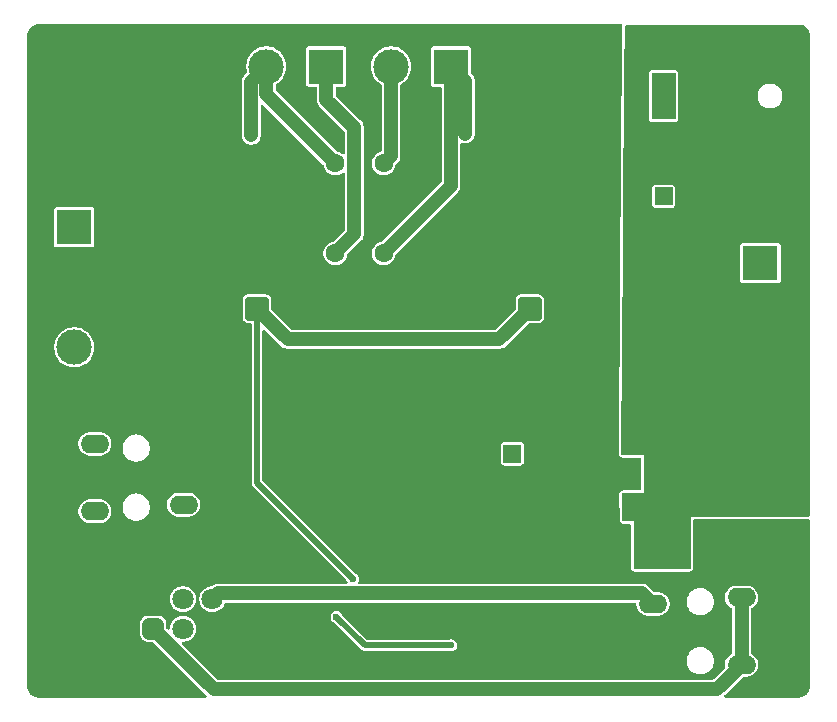
<source format=gbl>
G04 #@! TF.GenerationSoftware,KiCad,Pcbnew,9.0.3*
G04 #@! TF.CreationDate,2025-08-11T22:09:38-04:00*
G04 #@! TF.ProjectId,Class D Amplifier,436c6173-7320-4442-9041-6d706c696669,rev?*
G04 #@! TF.SameCoordinates,Original*
G04 #@! TF.FileFunction,Copper,L2,Bot*
G04 #@! TF.FilePolarity,Positive*
%FSLAX46Y46*%
G04 Gerber Fmt 4.6, Leading zero omitted, Abs format (unit mm)*
G04 Created by KiCad (PCBNEW 9.0.3) date 2025-08-11 22:09:38*
%MOMM*%
%LPD*%
G01*
G04 APERTURE LIST*
G04 Aperture macros list*
%AMRoundRect*
0 Rectangle with rounded corners*
0 $1 Rounding radius*
0 $2 $3 $4 $5 $6 $7 $8 $9 X,Y pos of 4 corners*
0 Add a 4 corners polygon primitive as box body*
4,1,4,$2,$3,$4,$5,$6,$7,$8,$9,$2,$3,0*
0 Add four circle primitives for the rounded corners*
1,1,$1+$1,$2,$3*
1,1,$1+$1,$4,$5*
1,1,$1+$1,$6,$7*
1,1,$1+$1,$8,$9*
0 Add four rect primitives between the rounded corners*
20,1,$1+$1,$2,$3,$4,$5,0*
20,1,$1+$1,$4,$5,$6,$7,0*
20,1,$1+$1,$6,$7,$8,$9,0*
20,1,$1+$1,$8,$9,$2,$3,0*%
G04 Aperture macros list end*
G04 #@! TA.AperFunction,ComponentPad*
%ADD10RoundRect,0.250000X0.550000X-0.550000X0.550000X0.550000X-0.550000X0.550000X-0.550000X-0.550000X0*%
G04 #@! TD*
G04 #@! TA.AperFunction,ComponentPad*
%ADD11C,1.600000*%
G04 #@! TD*
G04 #@! TA.AperFunction,ComponentPad*
%ADD12RoundRect,0.250000X0.750000X0.750000X-0.750000X0.750000X-0.750000X-0.750000X0.750000X-0.750000X0*%
G04 #@! TD*
G04 #@! TA.AperFunction,ComponentPad*
%ADD13C,2.000000*%
G04 #@! TD*
G04 #@! TA.AperFunction,ComponentPad*
%ADD14R,3.000000X3.000000*%
G04 #@! TD*
G04 #@! TA.AperFunction,ComponentPad*
%ADD15C,3.000000*%
G04 #@! TD*
G04 #@! TA.AperFunction,ComponentPad*
%ADD16RoundRect,0.450000X-0.450000X0.450000X-0.450000X-0.450000X0.450000X-0.450000X0.450000X0.450000X0*%
G04 #@! TD*
G04 #@! TA.AperFunction,ComponentPad*
%ADD17C,1.800000*%
G04 #@! TD*
G04 #@! TA.AperFunction,ComponentPad*
%ADD18R,2.000000X4.000000*%
G04 #@! TD*
G04 #@! TA.AperFunction,ComponentPad*
%ADD19O,2.000000X3.300000*%
G04 #@! TD*
G04 #@! TA.AperFunction,ComponentPad*
%ADD20O,3.500000X2.000000*%
G04 #@! TD*
G04 #@! TA.AperFunction,ComponentPad*
%ADD21O,2.400000X1.600000*%
G04 #@! TD*
G04 #@! TA.AperFunction,ComponentPad*
%ADD22RoundRect,0.250000X-0.550000X0.550000X-0.550000X-0.550000X0.550000X-0.550000X0.550000X0.550000X0*%
G04 #@! TD*
G04 #@! TA.AperFunction,ViaPad*
%ADD23C,0.600000*%
G04 #@! TD*
G04 #@! TA.AperFunction,Conductor*
%ADD24C,1.200000*%
G04 #@! TD*
G04 #@! TA.AperFunction,Conductor*
%ADD25C,0.500000*%
G04 #@! TD*
G04 APERTURE END LIST*
D10*
G04 #@! TO.P,C8,1*
G04 #@! TO.N,Net-(Q1A-C1)*
X74900000Y-76182380D03*
D11*
G04 #@! TO.P,C8,2*
G04 #@! TO.N,GND*
X74900000Y-73682380D03*
G04 #@! TD*
D12*
G04 #@! TO.P,C42,1*
G04 #@! TO.N,PVCC*
X53267677Y-63900000D03*
D13*
G04 #@! TO.P,C42,2*
G04 #@! TO.N,GND*
X48267677Y-63900000D03*
G04 #@! TD*
D14*
G04 #@! TO.P,J4,1,Pin_1*
G04 #@! TO.N,Vin*
X95900000Y-60040000D03*
D15*
G04 #@! TO.P,J4,2,Pin_2*
G04 #@! TO.N,PGND*
X95900000Y-54960000D03*
G04 #@! TD*
D14*
G04 #@! TO.P,J5,1,Pin_1*
G04 #@! TO.N,L+*
X69700000Y-43400000D03*
D15*
G04 #@! TO.P,J5,2,Pin_2*
G04 #@! TO.N,L-*
X64620000Y-43400000D03*
G04 #@! TD*
D16*
G04 #@! TO.P,RV1,1,1*
G04 #@! TO.N,LIN*
X44500000Y-91000000D03*
D17*
G04 #@! TO.P,RV1,2,2*
G04 #@! TO.N,Net-(C1-Pad1)*
X47000000Y-91000000D03*
G04 #@! TO.P,RV1,3,3*
G04 #@! TO.N,GND*
X49500000Y-91000000D03*
G04 #@! TO.P,RV1,4,4*
X44500000Y-88500000D03*
G04 #@! TO.P,RV1,5,5*
G04 #@! TO.N,Net-(C2-Pad1)*
X47000000Y-88500000D03*
G04 #@! TO.P,RV1,6,6*
G04 #@! TO.N,RIN*
X49500000Y-88500000D03*
G04 #@! TD*
D11*
G04 #@! TO.P,C32,1*
G04 #@! TO.N,R+*
X59900000Y-59200000D03*
G04 #@! TO.P,C32,2*
G04 #@! TO.N,GND*
X59900000Y-64200000D03*
G04 #@! TD*
G04 #@! TO.P,C31,1*
G04 #@! TO.N,L+*
X64000000Y-59200000D03*
G04 #@! TO.P,C31,2*
G04 #@! TO.N,GND*
X64000000Y-64200000D03*
G04 #@! TD*
G04 #@! TO.P,C30,1*
G04 #@! TO.N,R-*
X59900000Y-51600000D03*
G04 #@! TO.P,C30,2*
G04 #@! TO.N,GND*
X59900000Y-56600000D03*
G04 #@! TD*
G04 #@! TO.P,C29,1*
G04 #@! TO.N,L-*
X64000000Y-51600000D03*
G04 #@! TO.P,C29,2*
G04 #@! TO.N,GND*
X64000000Y-56600000D03*
G04 #@! TD*
D18*
G04 #@! TO.P,J3,1*
G04 #@! TO.N,Vin*
X87700000Y-45900000D03*
D19*
G04 #@! TO.P,J3,2*
G04 #@! TO.N,PGND*
X93700000Y-45900000D03*
D20*
G04 #@! TO.P,J3,MP,MountPin*
X94700000Y-50400000D03*
X94700000Y-41400000D03*
G04 #@! TD*
D21*
G04 #@! TO.P,J2,1*
G04 #@! TO.N,GND*
X47050000Y-75900000D03*
G04 #@! TO.P,J2,2*
G04 #@! TO.N,LIN*
X39550000Y-81050000D03*
X39550000Y-75350000D03*
G04 #@! TO.P,J2,3*
G04 #@! TO.N,RIN*
X47050000Y-80500000D03*
G04 #@! TD*
D14*
G04 #@! TO.P,J1,1,Pin_1*
G04 #@! TO.N,LIN*
X37800000Y-57020000D03*
D15*
G04 #@! TO.P,J1,2,Pin_2*
G04 #@! TO.N,GND*
X37800000Y-62100000D03*
G04 #@! TO.P,J1,3,Pin_3*
G04 #@! TO.N,RIN*
X37800000Y-67180000D03*
G04 #@! TD*
D14*
G04 #@! TO.P,J6,1,Pin_1*
G04 #@! TO.N,R+*
X59140000Y-43400000D03*
D15*
G04 #@! TO.P,J6,2,Pin_2*
G04 #@! TO.N,R-*
X54060000Y-43400000D03*
G04 #@! TD*
D12*
G04 #@! TO.P,C41,1*
G04 #@! TO.N,PVCC*
X76367677Y-63900000D03*
D13*
G04 #@! TO.P,C41,2*
G04 #@! TO.N,GND*
X71367677Y-63900000D03*
G04 #@! TD*
D22*
G04 #@! TO.P,C11,1*
G04 #@! TO.N,Vin*
X87700000Y-54400000D03*
D11*
G04 #@! TO.P,C11,2*
G04 #@! TO.N,PGND*
X87700000Y-56900000D03*
G04 #@! TD*
D21*
G04 #@! TO.P,J7,1*
G04 #@! TO.N,GND*
X86800000Y-93500000D03*
G04 #@! TO.P,J7,2*
G04 #@! TO.N,LIN*
X94300000Y-88350000D03*
X94300000Y-94050000D03*
G04 #@! TO.P,J7,3*
G04 #@! TO.N,RIN*
X86800000Y-88900000D03*
G04 #@! TD*
D23*
G04 #@! TO.N,GND*
X93500000Y-82700000D03*
X92100000Y-83600000D03*
X63500000Y-75500000D03*
X67500000Y-73500000D03*
X52400000Y-74300000D03*
X72100000Y-78900000D03*
X62100000Y-83349000D03*
X64500000Y-75500000D03*
X61500000Y-74500000D03*
X84400000Y-93200000D03*
X60500000Y-72500000D03*
X75500000Y-82600000D03*
X67500000Y-75500000D03*
X64500000Y-74500000D03*
X66500000Y-74500000D03*
X57200000Y-77100000D03*
X52200000Y-70300000D03*
X53500000Y-92300000D03*
X62500000Y-75500000D03*
X70700000Y-68900000D03*
X40300000Y-61000000D03*
X53100000Y-55600000D03*
X75400000Y-80100000D03*
X61500000Y-72500000D03*
X66500000Y-72500000D03*
X64500000Y-81900000D03*
X66500000Y-73500000D03*
X65500000Y-72500000D03*
X63600000Y-53600000D03*
X65700000Y-89700000D03*
X63500000Y-74500000D03*
X71000000Y-55500000D03*
X63500000Y-73500000D03*
X63500000Y-72500000D03*
X47500000Y-74100000D03*
X61500000Y-73500000D03*
X84900000Y-94100000D03*
X44800000Y-86800000D03*
X62500000Y-76500000D03*
X64500000Y-72500000D03*
X51200000Y-92000000D03*
X64800000Y-60900000D03*
X57500000Y-73500000D03*
X59800000Y-53600000D03*
X67500000Y-74500000D03*
X65500000Y-75500000D03*
X76100000Y-91800000D03*
X79700000Y-56600000D03*
X58500000Y-73500000D03*
X60500000Y-61500000D03*
X57500000Y-74500000D03*
X53900000Y-91000000D03*
X60000000Y-94400000D03*
X72100000Y-77800000D03*
X74800000Y-92100000D03*
X58500000Y-72500000D03*
X63400000Y-61300000D03*
X76500000Y-90400000D03*
X53300000Y-86100000D03*
X72400000Y-70400000D03*
X61200000Y-83349000D03*
X58900000Y-94900000D03*
X59500000Y-74500000D03*
X77800000Y-42900000D03*
X58500000Y-74500000D03*
X65500000Y-74500000D03*
X50500000Y-92400000D03*
X77000000Y-57700000D03*
X57500000Y-72500000D03*
X65500000Y-73500000D03*
X48900000Y-74500000D03*
X66500000Y-76500000D03*
X67500000Y-72500000D03*
X63500000Y-76500000D03*
X60500000Y-73500000D03*
X43300000Y-87000000D03*
X45200000Y-66200000D03*
X61500000Y-75500000D03*
X62500000Y-74500000D03*
X57500000Y-90400000D03*
X44700000Y-63000000D03*
X56300000Y-90600000D03*
X64500000Y-76500000D03*
X68000000Y-59000000D03*
X84800000Y-92200000D03*
X65500000Y-76500000D03*
X62500000Y-72500000D03*
X52200000Y-71800000D03*
X60500000Y-74500000D03*
X61200000Y-62600000D03*
X76600000Y-47800000D03*
X46000000Y-50400000D03*
X52400000Y-75600000D03*
X67500000Y-76500000D03*
X62500000Y-73500000D03*
X72400000Y-72000000D03*
X51200000Y-90900000D03*
X81200000Y-60200000D03*
X64500000Y-73500000D03*
X42200000Y-84100000D03*
X40400000Y-63400000D03*
X46000000Y-43000000D03*
X58100000Y-94500000D03*
X75700000Y-85550000D03*
X66500000Y-75500000D03*
X59500000Y-73500000D03*
X45700000Y-84100000D03*
X59500000Y-72500000D03*
G04 #@! TO.N,PVCC*
X69700000Y-92400000D03*
X61400000Y-86800000D03*
X60000000Y-90000000D03*
G04 #@! TO.N,R-*
X52800000Y-49200000D03*
X52800000Y-48300000D03*
G04 #@! TO.N,L+*
X70900000Y-48200000D03*
X70900000Y-49100000D03*
G04 #@! TO.N,PGND*
X87000000Y-76600000D03*
X84950000Y-65350000D03*
X95800000Y-80900000D03*
X98200000Y-64000000D03*
X98000000Y-77400000D03*
X97350000Y-69150000D03*
X95950000Y-80150000D03*
X98050000Y-75350000D03*
X84900000Y-64000000D03*
G04 #@! TD*
D24*
G04 #@! TO.N,PVCC*
X53267677Y-63900000D02*
X55867677Y-66500000D01*
X73767677Y-66500000D02*
X76367677Y-63900000D01*
X55867677Y-66500000D02*
X73767677Y-66500000D01*
D25*
X53267677Y-78667677D02*
X53267677Y-63900000D01*
X62400000Y-92400000D02*
X69700000Y-92400000D01*
X61400000Y-86800000D02*
X53267677Y-78667677D01*
X60000000Y-90000000D02*
X62400000Y-92400000D01*
D24*
G04 #@! TO.N,L-*
X64620000Y-50980000D02*
X64620000Y-43400000D01*
X64000000Y-51600000D02*
X64620000Y-50980000D01*
G04 #@! TO.N,R-*
X54060000Y-43400000D02*
X54060000Y-45760000D01*
X52787500Y-49219234D02*
X52787500Y-48300000D01*
X52787500Y-44672500D02*
X54060000Y-43400000D01*
X54060000Y-45760000D02*
X59900000Y-51600000D01*
X52787500Y-48300000D02*
X52787500Y-44672500D01*
G04 #@! TO.N,L+*
X70900000Y-44600000D02*
X69700000Y-43400000D01*
X69700000Y-43400000D02*
X69700000Y-53500000D01*
X70900000Y-49100000D02*
X70900000Y-44600000D01*
X69700000Y-53500000D02*
X64000000Y-59200000D01*
G04 #@! TO.N,R+*
X61501000Y-57599000D02*
X59900000Y-59200000D01*
X59140000Y-43400000D02*
X59140000Y-46197050D01*
X61501000Y-48558050D02*
X61501000Y-57599000D01*
X59140000Y-46197050D02*
X61501000Y-48558050D01*
G04 #@! TO.N,RIN*
X86800000Y-88900000D02*
X85900000Y-88000000D01*
X50000000Y-88000000D02*
X49500000Y-88500000D01*
X85900000Y-88000000D02*
X50000000Y-88000000D01*
G04 #@! TO.N,LIN*
X92251000Y-96099000D02*
X49599000Y-96099000D01*
X94300000Y-94050000D02*
X92251000Y-96099000D01*
X94300000Y-88350000D02*
X94300000Y-94050000D01*
X49599000Y-96099000D02*
X44500000Y-91000000D01*
G04 #@! TD*
G04 #@! TA.AperFunction,Conductor*
G04 #@! TO.N,GND*
G36*
X84151613Y-39820185D02*
G01*
X84197368Y-39872989D01*
X84207312Y-39942147D01*
X84203270Y-39960380D01*
X84202311Y-39963551D01*
X84193528Y-40021376D01*
X84193527Y-40021380D01*
X84162834Y-43878612D01*
X84130873Y-47895000D01*
X84083931Y-53794092D01*
X84083931Y-53794095D01*
X84083817Y-53808372D01*
X84046336Y-58518612D01*
X84022333Y-61535000D01*
X83905846Y-76173373D01*
X83910364Y-76217900D01*
X83921570Y-76270414D01*
X83924224Y-76281367D01*
X83924225Y-76281371D01*
X83967235Y-76362083D01*
X83967237Y-76362086D01*
X84012996Y-76414895D01*
X84030578Y-76432839D01*
X84030582Y-76432843D01*
X84030583Y-76432844D01*
X84030585Y-76432845D01*
X84110395Y-76477488D01*
X84110399Y-76477490D01*
X84177438Y-76497175D01*
X84235336Y-76505500D01*
X85670500Y-76505500D01*
X85737539Y-76525185D01*
X85783294Y-76577989D01*
X85794500Y-76629500D01*
X85794500Y-79170500D01*
X85774815Y-79237539D01*
X85722011Y-79283294D01*
X85670500Y-79294500D01*
X84262526Y-79294500D01*
X84216147Y-79299803D01*
X84216137Y-79299805D01*
X84161621Y-79312437D01*
X84155054Y-79314183D01*
X84148792Y-79315850D01*
X84148791Y-79315850D01*
X84148789Y-79315851D01*
X84148788Y-79315851D01*
X84069275Y-79361021D01*
X84069273Y-79361022D01*
X84017722Y-79408189D01*
X84017709Y-79408201D01*
X84000251Y-79426257D01*
X84000246Y-79426264D01*
X83957774Y-79507257D01*
X83944659Y-79556843D01*
X83939909Y-79574803D01*
X83933152Y-79632902D01*
X83933864Y-79659228D01*
X83991313Y-81784896D01*
X83991315Y-81784919D01*
X83995463Y-81817303D01*
X83996544Y-81825744D01*
X84000348Y-81842157D01*
X84007709Y-81873925D01*
X84009582Y-81881369D01*
X84009584Y-81881374D01*
X84052593Y-81962083D01*
X84052595Y-81962086D01*
X84098354Y-82014895D01*
X84115936Y-82032839D01*
X84115940Y-82032843D01*
X84115941Y-82032844D01*
X84115943Y-82032845D01*
X84147506Y-82050500D01*
X84195757Y-82077490D01*
X84262796Y-82097175D01*
X84320694Y-82105500D01*
X84820500Y-82105500D01*
X84887539Y-82125185D01*
X84933294Y-82177989D01*
X84944500Y-82229500D01*
X84944500Y-85826007D01*
X84949197Y-85869686D01*
X84960397Y-85921174D01*
X84962890Y-85931372D01*
X84962891Y-85931375D01*
X85005899Y-86012083D01*
X85005901Y-86012086D01*
X85051660Y-86064895D01*
X85069242Y-86082839D01*
X85069246Y-86082843D01*
X85069247Y-86082844D01*
X85069249Y-86082845D01*
X85149059Y-86127488D01*
X85149063Y-86127490D01*
X85216102Y-86147175D01*
X85274000Y-86155500D01*
X85274004Y-86155500D01*
X89875991Y-86155500D01*
X89876000Y-86155500D01*
X89919684Y-86150803D01*
X89948875Y-86144452D01*
X89971174Y-86139602D01*
X89971190Y-86139598D01*
X89971195Y-86139597D01*
X89981373Y-86137110D01*
X90062085Y-86094100D01*
X90114889Y-86048345D01*
X90132843Y-86030754D01*
X90177490Y-85950937D01*
X90197175Y-85883898D01*
X90205500Y-85826000D01*
X90205500Y-81829500D01*
X90225185Y-81762461D01*
X90277989Y-81716706D01*
X90329500Y-81705500D01*
X99975500Y-81705500D01*
X100042539Y-81725185D01*
X100088294Y-81777989D01*
X100099500Y-81829500D01*
X100099500Y-95833909D01*
X100099028Y-95844720D01*
X100085256Y-96002080D01*
X100081502Y-96023365D01*
X100042024Y-96170689D01*
X100034631Y-96191000D01*
X99970169Y-96329232D01*
X99959362Y-96347950D01*
X99871875Y-96472890D01*
X99857981Y-96489448D01*
X99750126Y-96597299D01*
X99733568Y-96611192D01*
X99608625Y-96698676D01*
X99589908Y-96709482D01*
X99451679Y-96773939D01*
X99431366Y-96781332D01*
X99284034Y-96820808D01*
X99262750Y-96824561D01*
X99124716Y-96836637D01*
X99105394Y-96838328D01*
X99094588Y-96838800D01*
X92942637Y-96838803D01*
X92875598Y-96819118D01*
X92829843Y-96766315D01*
X92819899Y-96697156D01*
X92848924Y-96633600D01*
X92854956Y-96627122D01*
X94395259Y-95086819D01*
X94456582Y-95053334D01*
X94482940Y-95050500D01*
X94798543Y-95050500D01*
X94928582Y-95024632D01*
X94991835Y-95012051D01*
X95173914Y-94936632D01*
X95337782Y-94827139D01*
X95477139Y-94687782D01*
X95586632Y-94523914D01*
X95662051Y-94341835D01*
X95700500Y-94148541D01*
X95700500Y-93951459D01*
X95700500Y-93951456D01*
X95662052Y-93758170D01*
X95662051Y-93758169D01*
X95662051Y-93758165D01*
X95662049Y-93758160D01*
X95586635Y-93576092D01*
X95586628Y-93576079D01*
X95477139Y-93412218D01*
X95477136Y-93412214D01*
X95337785Y-93272863D01*
X95337781Y-93272860D01*
X95173920Y-93163371D01*
X95168544Y-93160498D01*
X95169545Y-93158625D01*
X95122631Y-93120805D01*
X95100578Y-93054507D01*
X95100500Y-93050104D01*
X95100500Y-89349895D01*
X95120185Y-89282856D01*
X95169073Y-89240494D01*
X95168543Y-89239502D01*
X95172914Y-89237165D01*
X95172989Y-89237101D01*
X95173238Y-89236992D01*
X95173902Y-89236636D01*
X95173914Y-89236632D01*
X95337782Y-89127139D01*
X95477139Y-88987782D01*
X95586632Y-88823914D01*
X95662051Y-88641835D01*
X95682671Y-88538172D01*
X95700500Y-88448543D01*
X95700500Y-88251456D01*
X95662052Y-88058170D01*
X95662051Y-88058169D01*
X95662051Y-88058165D01*
X95640984Y-88007304D01*
X95586635Y-87876092D01*
X95586628Y-87876079D01*
X95477139Y-87712218D01*
X95477136Y-87712214D01*
X95337785Y-87572863D01*
X95337781Y-87572860D01*
X95173920Y-87463371D01*
X95173907Y-87463364D01*
X94991839Y-87387950D01*
X94991829Y-87387947D01*
X94798543Y-87349500D01*
X94798541Y-87349500D01*
X93801459Y-87349500D01*
X93801457Y-87349500D01*
X93608170Y-87387947D01*
X93608160Y-87387950D01*
X93426092Y-87463364D01*
X93426079Y-87463371D01*
X93262218Y-87572860D01*
X93262214Y-87572863D01*
X93122863Y-87712214D01*
X93122860Y-87712218D01*
X93013371Y-87876079D01*
X93013364Y-87876092D01*
X92937950Y-88058160D01*
X92937947Y-88058170D01*
X92899500Y-88251456D01*
X92899500Y-88251459D01*
X92899500Y-88448541D01*
X92899500Y-88448543D01*
X92899499Y-88448543D01*
X92937947Y-88641829D01*
X92937950Y-88641839D01*
X93013364Y-88823907D01*
X93013371Y-88823920D01*
X93122860Y-88987781D01*
X93122863Y-88987785D01*
X93262217Y-89127139D01*
X93396597Y-89216928D01*
X93426086Y-89236632D01*
X93426092Y-89236634D01*
X93431457Y-89239502D01*
X93430453Y-89241378D01*
X93477355Y-89279173D01*
X93499421Y-89345467D01*
X93499500Y-89349895D01*
X93499500Y-93050104D01*
X93479815Y-93117143D01*
X93430925Y-93159505D01*
X93431456Y-93160498D01*
X93427083Y-93162834D01*
X93427011Y-93162898D01*
X93426766Y-93163004D01*
X93426079Y-93163371D01*
X93262218Y-93272860D01*
X93262214Y-93272863D01*
X93122863Y-93412214D01*
X93122860Y-93412218D01*
X93013371Y-93576079D01*
X93013364Y-93576092D01*
X92937950Y-93758160D01*
X92937947Y-93758170D01*
X92899500Y-93951456D01*
X92899500Y-93951459D01*
X92899500Y-94148541D01*
X92899500Y-94148543D01*
X92899499Y-94148543D01*
X92914754Y-94225229D01*
X92908527Y-94294821D01*
X92880818Y-94337102D01*
X91955741Y-95262181D01*
X91894418Y-95295666D01*
X91868060Y-95298500D01*
X49981940Y-95298500D01*
X49914901Y-95278815D01*
X49894259Y-95262181D01*
X48267869Y-93635791D01*
X89647630Y-93635791D01*
X89647630Y-93763208D01*
X89657342Y-93861827D01*
X89657342Y-93861829D01*
X89682196Y-93986783D01*
X89682199Y-93986794D01*
X89710969Y-94081635D01*
X89759727Y-94199348D01*
X89759728Y-94199351D01*
X89806441Y-94286744D01*
X89806453Y-94286764D01*
X89877222Y-94392678D01*
X89877239Y-94392701D01*
X89940105Y-94469303D01*
X90030196Y-94559394D01*
X90030201Y-94559398D01*
X90030202Y-94559399D01*
X90106804Y-94622265D01*
X90106811Y-94622270D01*
X90106821Y-94622277D01*
X90212735Y-94693046D01*
X90212740Y-94693049D01*
X90212752Y-94693057D01*
X90300147Y-94739771D01*
X90417870Y-94788533D01*
X90512696Y-94817298D01*
X90512702Y-94817299D01*
X90512705Y-94817300D01*
X90512716Y-94817303D01*
X90617308Y-94838106D01*
X90637670Y-94842157D01*
X90736289Y-94851870D01*
X90736291Y-94851870D01*
X90863709Y-94851870D01*
X90863711Y-94851870D01*
X90962330Y-94842157D01*
X90986655Y-94837318D01*
X91087283Y-94817303D01*
X91087294Y-94817300D01*
X91087294Y-94817299D01*
X91087304Y-94817298D01*
X91182130Y-94788533D01*
X91299853Y-94739771D01*
X91387248Y-94693057D01*
X91493196Y-94622265D01*
X91569798Y-94559399D01*
X91659899Y-94469298D01*
X91722765Y-94392696D01*
X91793557Y-94286748D01*
X91840271Y-94199353D01*
X91889033Y-94081630D01*
X91917798Y-93986804D01*
X91917800Y-93986794D01*
X91917803Y-93986783D01*
X91942657Y-93861829D01*
X91942657Y-93861827D01*
X91952370Y-93763208D01*
X91952370Y-93635791D01*
X91942657Y-93537172D01*
X91942657Y-93537170D01*
X91917803Y-93412216D01*
X91917800Y-93412205D01*
X91917799Y-93412202D01*
X91917798Y-93412196D01*
X91889033Y-93317370D01*
X91840271Y-93199647D01*
X91793557Y-93112252D01*
X91793546Y-93112235D01*
X91722777Y-93006321D01*
X91722770Y-93006311D01*
X91722765Y-93006304D01*
X91659899Y-92929702D01*
X91659898Y-92929701D01*
X91659894Y-92929696D01*
X91569803Y-92839605D01*
X91493201Y-92776739D01*
X91493178Y-92776722D01*
X91387264Y-92705953D01*
X91387253Y-92705946D01*
X91387248Y-92705943D01*
X91299853Y-92659229D01*
X91182130Y-92610467D01*
X91087304Y-92581702D01*
X91087303Y-92581701D01*
X91087294Y-92581699D01*
X91087283Y-92581696D01*
X90962328Y-92556842D01*
X90883135Y-92549043D01*
X90863711Y-92547130D01*
X90736289Y-92547130D01*
X90716865Y-92549043D01*
X90637672Y-92556842D01*
X90637670Y-92556842D01*
X90512716Y-92581696D01*
X90512705Y-92581699D01*
X90474838Y-92593186D01*
X90417870Y-92610467D01*
X90417868Y-92610467D01*
X90417864Y-92610469D01*
X90300151Y-92659227D01*
X90300148Y-92659228D01*
X90212755Y-92705941D01*
X90212735Y-92705953D01*
X90106821Y-92776722D01*
X90106798Y-92776739D01*
X90030196Y-92839605D01*
X89940105Y-92929696D01*
X89877239Y-93006298D01*
X89877222Y-93006321D01*
X89806453Y-93112235D01*
X89806441Y-93112255D01*
X89759728Y-93199648D01*
X89759727Y-93199651D01*
X89710969Y-93317364D01*
X89682199Y-93412205D01*
X89682196Y-93412216D01*
X89657342Y-93537170D01*
X89657342Y-93537172D01*
X89647630Y-93635791D01*
X48267869Y-93635791D01*
X46944259Y-92312181D01*
X46910774Y-92250858D01*
X46915758Y-92181166D01*
X46957630Y-92125233D01*
X47023094Y-92100816D01*
X47031940Y-92100500D01*
X47086610Y-92100500D01*
X47086611Y-92100500D01*
X47257701Y-92073402D01*
X47422445Y-92019873D01*
X47576788Y-91941232D01*
X47716928Y-91839414D01*
X47839414Y-91716928D01*
X47941232Y-91576788D01*
X48019873Y-91422445D01*
X48073402Y-91257701D01*
X48100500Y-91086611D01*
X48100500Y-90913389D01*
X48073402Y-90742299D01*
X48019873Y-90577555D01*
X47941232Y-90423212D01*
X47839414Y-90283072D01*
X47716928Y-90160586D01*
X47646858Y-90109677D01*
X47576786Y-90058766D01*
X47533018Y-90036466D01*
X47533017Y-90036466D01*
X47422447Y-89980128D01*
X47422446Y-89980127D01*
X47422445Y-89980127D01*
X47280814Y-89934108D01*
X59499500Y-89934108D01*
X59499500Y-90065891D01*
X59533608Y-90193187D01*
X59566554Y-90250250D01*
X59599500Y-90307314D01*
X59692686Y-90400500D01*
X59806814Y-90466392D01*
X59806816Y-90466392D01*
X59814326Y-90469504D01*
X59813771Y-90470841D01*
X59861010Y-90498113D01*
X62123387Y-92760490D01*
X62192687Y-92800500D01*
X62226114Y-92819799D01*
X62340691Y-92850500D01*
X69446063Y-92850500D01*
X69498750Y-92864618D01*
X69499304Y-92863281D01*
X69506807Y-92866388D01*
X69506814Y-92866392D01*
X69634108Y-92900500D01*
X69634110Y-92900500D01*
X69765890Y-92900500D01*
X69765892Y-92900500D01*
X69893186Y-92866392D01*
X70007314Y-92800500D01*
X70100500Y-92707314D01*
X70166392Y-92593186D01*
X70200500Y-92465892D01*
X70200500Y-92334108D01*
X70166392Y-92206814D01*
X70100500Y-92092686D01*
X70007314Y-91999500D01*
X69920712Y-91949500D01*
X69893187Y-91933608D01*
X69829539Y-91916554D01*
X69765892Y-91899500D01*
X69634108Y-91899500D01*
X69506814Y-91933608D01*
X69499304Y-91936719D01*
X69498750Y-91935381D01*
X69446063Y-91949500D01*
X62637965Y-91949500D01*
X62570926Y-91929815D01*
X62550284Y-91913181D01*
X60498113Y-89861010D01*
X60470841Y-89813771D01*
X60469504Y-89814326D01*
X60466392Y-89806815D01*
X60466392Y-89806814D01*
X60400500Y-89692686D01*
X60307314Y-89599500D01*
X60239581Y-89560394D01*
X60193187Y-89533608D01*
X60129539Y-89516554D01*
X60065892Y-89499500D01*
X59934108Y-89499500D01*
X59806812Y-89533608D01*
X59692686Y-89599500D01*
X59692683Y-89599502D01*
X59599502Y-89692683D01*
X59599500Y-89692686D01*
X59533608Y-89806812D01*
X59499500Y-89934108D01*
X47280814Y-89934108D01*
X47257701Y-89926598D01*
X47257699Y-89926597D01*
X47257698Y-89926597D01*
X47126271Y-89905781D01*
X47086611Y-89899500D01*
X46913389Y-89899500D01*
X46873728Y-89905781D01*
X46742302Y-89926597D01*
X46577552Y-89980128D01*
X46423211Y-90058768D01*
X46343256Y-90116859D01*
X46283072Y-90160586D01*
X46283070Y-90160588D01*
X46283069Y-90160588D01*
X46160588Y-90283069D01*
X46160588Y-90283070D01*
X46160586Y-90283072D01*
X46155842Y-90289602D01*
X46058768Y-90423211D01*
X45980128Y-90577552D01*
X45926597Y-90742302D01*
X45899500Y-90913389D01*
X45899500Y-90968060D01*
X45893261Y-90989305D01*
X45891682Y-91011394D01*
X45883609Y-91022177D01*
X45879815Y-91035099D01*
X45863081Y-91049598D01*
X45849810Y-91067327D01*
X45837189Y-91072034D01*
X45827011Y-91080854D01*
X45805093Y-91084005D01*
X45784346Y-91091744D01*
X45771185Y-91088881D01*
X45757853Y-91090798D01*
X45737709Y-91081598D01*
X45716073Y-91076892D01*
X45698347Y-91063623D01*
X45694297Y-91061773D01*
X45687819Y-91055741D01*
X45636819Y-91004741D01*
X45603334Y-90943418D01*
X45600500Y-90917060D01*
X45600500Y-90484313D01*
X45600499Y-90484298D01*
X45599737Y-90474618D01*
X45597598Y-90447431D01*
X45590561Y-90423211D01*
X45556890Y-90307314D01*
X45551744Y-90289602D01*
X45468081Y-90148135D01*
X45468079Y-90148133D01*
X45468076Y-90148129D01*
X45351870Y-90031923D01*
X45351862Y-90031917D01*
X45210396Y-89948255D01*
X45210393Y-89948254D01*
X45052573Y-89902402D01*
X45052567Y-89902401D01*
X45015701Y-89899500D01*
X45015694Y-89899500D01*
X43984306Y-89899500D01*
X43984298Y-89899500D01*
X43947432Y-89902401D01*
X43947426Y-89902402D01*
X43789606Y-89948254D01*
X43789603Y-89948255D01*
X43648137Y-90031917D01*
X43648129Y-90031923D01*
X43531923Y-90148129D01*
X43531917Y-90148137D01*
X43448255Y-90289603D01*
X43448254Y-90289606D01*
X43402402Y-90447426D01*
X43402401Y-90447432D01*
X43399500Y-90484298D01*
X43399500Y-91515701D01*
X43402401Y-91552567D01*
X43402402Y-91552573D01*
X43448254Y-91710393D01*
X43448255Y-91710396D01*
X43448256Y-91710398D01*
X43452119Y-91716930D01*
X43531917Y-91851862D01*
X43531923Y-91851870D01*
X43648129Y-91968076D01*
X43648133Y-91968079D01*
X43648135Y-91968081D01*
X43789602Y-92051744D01*
X43803150Y-92055680D01*
X43947426Y-92097597D01*
X43947429Y-92097597D01*
X43947431Y-92097598D01*
X43984306Y-92100500D01*
X44417060Y-92100500D01*
X44484099Y-92120185D01*
X44504741Y-92136819D01*
X48995070Y-96627149D01*
X49028555Y-96688472D01*
X49023571Y-96758164D01*
X48981699Y-96814097D01*
X48916235Y-96838514D01*
X48907389Y-96838830D01*
X34805410Y-96838838D01*
X34794604Y-96838366D01*
X34637244Y-96824600D01*
X34615957Y-96820847D01*
X34468624Y-96781370D01*
X34448313Y-96773978D01*
X34310067Y-96709514D01*
X34291349Y-96698707D01*
X34198363Y-96633600D01*
X34166396Y-96611217D01*
X34149853Y-96597336D01*
X34041988Y-96489473D01*
X34028096Y-96472918D01*
X33984349Y-96410444D01*
X33940600Y-96347965D01*
X33929796Y-96329251D01*
X33865332Y-96191013D01*
X33857939Y-96170704D01*
X33818457Y-96023371D01*
X33814703Y-96002084D01*
X33800972Y-95845177D01*
X33800500Y-95834367D01*
X33800500Y-88413389D01*
X45899500Y-88413389D01*
X45899500Y-88586611D01*
X45926598Y-88757701D01*
X45980127Y-88922445D01*
X46058768Y-89076788D01*
X46160586Y-89216928D01*
X46283072Y-89339414D01*
X46423212Y-89441232D01*
X46577555Y-89519873D01*
X46742299Y-89573402D01*
X46913389Y-89600500D01*
X46913390Y-89600500D01*
X47086610Y-89600500D01*
X47086611Y-89600500D01*
X47257701Y-89573402D01*
X47422445Y-89519873D01*
X47576788Y-89441232D01*
X47716928Y-89339414D01*
X47839414Y-89216928D01*
X47941232Y-89076788D01*
X48019873Y-88922445D01*
X48073402Y-88757701D01*
X48100500Y-88586611D01*
X48100500Y-88413389D01*
X48399500Y-88413389D01*
X48399500Y-88586611D01*
X48426598Y-88757701D01*
X48480127Y-88922445D01*
X48558768Y-89076788D01*
X48660586Y-89216928D01*
X48783072Y-89339414D01*
X48923212Y-89441232D01*
X49077555Y-89519873D01*
X49242299Y-89573402D01*
X49413389Y-89600500D01*
X49413390Y-89600500D01*
X49586610Y-89600500D01*
X49586611Y-89600500D01*
X49757701Y-89573402D01*
X49922445Y-89519873D01*
X50076788Y-89441232D01*
X50216928Y-89339414D01*
X50339414Y-89216928D01*
X50441232Y-89076788D01*
X50519873Y-88922445D01*
X50531657Y-88886180D01*
X50571095Y-88828505D01*
X50635454Y-88801308D01*
X50649587Y-88800500D01*
X85275500Y-88800500D01*
X85342539Y-88820185D01*
X85388294Y-88872989D01*
X85399500Y-88924500D01*
X85399500Y-88998541D01*
X85399500Y-88998543D01*
X85399499Y-88998543D01*
X85437947Y-89191829D01*
X85437950Y-89191839D01*
X85513364Y-89373907D01*
X85513371Y-89373920D01*
X85622860Y-89537781D01*
X85622863Y-89537785D01*
X85762214Y-89677136D01*
X85762218Y-89677139D01*
X85926079Y-89786628D01*
X85926092Y-89786635D01*
X86048929Y-89837515D01*
X86108165Y-89862051D01*
X86108169Y-89862051D01*
X86108170Y-89862052D01*
X86301456Y-89900500D01*
X86301459Y-89900500D01*
X87298543Y-89900500D01*
X87428582Y-89874632D01*
X87491835Y-89862051D01*
X87632655Y-89803721D01*
X87673907Y-89786635D01*
X87673907Y-89786634D01*
X87673914Y-89786632D01*
X87837782Y-89677139D01*
X87977139Y-89537782D01*
X88086632Y-89373914D01*
X88100924Y-89339411D01*
X88122323Y-89287748D01*
X88162051Y-89191835D01*
X88174920Y-89127139D01*
X88200500Y-88998543D01*
X88200500Y-88801456D01*
X88200499Y-88801454D01*
X88171952Y-88657936D01*
X88167746Y-88636791D01*
X89647630Y-88636791D01*
X89647630Y-88764208D01*
X89657342Y-88862827D01*
X89657342Y-88862829D01*
X89682196Y-88987783D01*
X89682199Y-88987794D01*
X89710969Y-89082635D01*
X89759727Y-89200348D01*
X89759728Y-89200351D01*
X89806441Y-89287744D01*
X89806453Y-89287764D01*
X89877222Y-89393678D01*
X89877239Y-89393701D01*
X89940105Y-89470303D01*
X90030196Y-89560394D01*
X90030201Y-89560398D01*
X90030202Y-89560399D01*
X90106804Y-89623265D01*
X90106811Y-89623270D01*
X90106821Y-89623277D01*
X90212735Y-89694046D01*
X90212740Y-89694049D01*
X90212752Y-89694057D01*
X90300147Y-89740771D01*
X90417870Y-89789533D01*
X90512696Y-89818298D01*
X90512702Y-89818299D01*
X90512705Y-89818300D01*
X90512716Y-89818303D01*
X90609306Y-89837515D01*
X90637670Y-89843157D01*
X90736289Y-89852870D01*
X90736291Y-89852870D01*
X90863709Y-89852870D01*
X90863711Y-89852870D01*
X90962330Y-89843157D01*
X90990694Y-89837515D01*
X91087283Y-89818303D01*
X91087294Y-89818300D01*
X91087294Y-89818299D01*
X91087304Y-89818298D01*
X91182130Y-89789533D01*
X91299853Y-89740771D01*
X91387248Y-89694057D01*
X91493196Y-89623265D01*
X91569798Y-89560399D01*
X91659899Y-89470298D01*
X91722765Y-89393696D01*
X91793557Y-89287748D01*
X91840271Y-89200353D01*
X91889033Y-89082630D01*
X91917798Y-88987804D01*
X91917802Y-88987785D01*
X91917803Y-88987783D01*
X91942657Y-88862829D01*
X91942657Y-88862827D01*
X91946038Y-88828505D01*
X91952370Y-88764211D01*
X91952370Y-88636789D01*
X91942657Y-88538170D01*
X91917803Y-88413216D01*
X91917800Y-88413205D01*
X91917799Y-88413202D01*
X91917798Y-88413196D01*
X91889033Y-88318370D01*
X91840271Y-88200647D01*
X91793557Y-88113252D01*
X91793546Y-88113235D01*
X91722777Y-88007321D01*
X91722770Y-88007311D01*
X91722765Y-88007304D01*
X91659899Y-87930702D01*
X91659898Y-87930701D01*
X91659894Y-87930696D01*
X91569803Y-87840605D01*
X91493201Y-87777739D01*
X91493178Y-87777722D01*
X91387264Y-87706953D01*
X91387253Y-87706946D01*
X91387248Y-87706943D01*
X91299853Y-87660229D01*
X91182130Y-87611467D01*
X91087304Y-87582702D01*
X91087303Y-87582701D01*
X91087294Y-87582699D01*
X91087283Y-87582696D01*
X90962328Y-87557842D01*
X90883135Y-87550043D01*
X90863711Y-87548130D01*
X90736289Y-87548130D01*
X90716865Y-87550043D01*
X90637672Y-87557842D01*
X90637670Y-87557842D01*
X90512716Y-87582696D01*
X90512705Y-87582699D01*
X90455800Y-87599961D01*
X90417870Y-87611467D01*
X90417868Y-87611467D01*
X90417864Y-87611469D01*
X90300151Y-87660227D01*
X90300148Y-87660228D01*
X90212755Y-87706941D01*
X90212735Y-87706953D01*
X90106821Y-87777722D01*
X90106798Y-87777739D01*
X90030196Y-87840605D01*
X89940105Y-87930696D01*
X89877239Y-88007298D01*
X89877222Y-88007321D01*
X89806453Y-88113235D01*
X89806441Y-88113255D01*
X89759728Y-88200648D01*
X89759727Y-88200651D01*
X89710969Y-88318364D01*
X89682199Y-88413205D01*
X89682196Y-88413216D01*
X89657342Y-88538170D01*
X89657342Y-88538172D01*
X89647630Y-88636791D01*
X88167746Y-88636791D01*
X88162052Y-88608170D01*
X88162051Y-88608169D01*
X88162051Y-88608165D01*
X88133059Y-88538172D01*
X88086635Y-88426092D01*
X88086628Y-88426079D01*
X87977139Y-88262218D01*
X87977136Y-88262214D01*
X87837785Y-88122863D01*
X87837781Y-88122860D01*
X87673920Y-88013371D01*
X87673907Y-88013364D01*
X87491839Y-87937950D01*
X87491829Y-87937947D01*
X87298543Y-87899500D01*
X87298541Y-87899500D01*
X86982940Y-87899500D01*
X86915901Y-87879815D01*
X86895259Y-87863181D01*
X86410292Y-87378213D01*
X86410288Y-87378210D01*
X86279185Y-87290609D01*
X86279172Y-87290602D01*
X86133501Y-87230264D01*
X86133489Y-87230261D01*
X85978845Y-87199500D01*
X85978842Y-87199500D01*
X61962051Y-87199500D01*
X61895012Y-87179815D01*
X61849257Y-87127011D01*
X61839313Y-87057853D01*
X61854664Y-87013499D01*
X61866392Y-86993186D01*
X61900500Y-86865892D01*
X61900500Y-86734108D01*
X61866392Y-86606814D01*
X61800500Y-86492686D01*
X61707314Y-86399500D01*
X61641421Y-86361456D01*
X61593185Y-86333607D01*
X61585680Y-86330499D01*
X61586233Y-86329163D01*
X61538990Y-86301887D01*
X53754496Y-78517393D01*
X53721011Y-78456070D01*
X53718177Y-78429712D01*
X53718177Y-75578110D01*
X73899500Y-75578110D01*
X73899500Y-76786649D01*
X73902353Y-76817079D01*
X73902353Y-76817081D01*
X73947206Y-76945260D01*
X73947207Y-76945262D01*
X74027850Y-77054530D01*
X74137118Y-77135173D01*
X74179845Y-77150124D01*
X74265299Y-77180026D01*
X74295730Y-77182880D01*
X74295734Y-77182880D01*
X75504270Y-77182880D01*
X75534699Y-77180026D01*
X75534701Y-77180026D01*
X75598790Y-77157599D01*
X75662882Y-77135173D01*
X75772150Y-77054530D01*
X75852793Y-76945262D01*
X75875219Y-76881170D01*
X75897646Y-76817081D01*
X75897646Y-76817079D01*
X75900500Y-76786649D01*
X75900500Y-75578110D01*
X75897646Y-75547680D01*
X75897646Y-75547678D01*
X75852793Y-75419499D01*
X75852792Y-75419497D01*
X75772150Y-75310230D01*
X75662882Y-75229587D01*
X75662880Y-75229586D01*
X75534700Y-75184733D01*
X75504270Y-75181880D01*
X75504266Y-75181880D01*
X74295734Y-75181880D01*
X74295730Y-75181880D01*
X74265300Y-75184733D01*
X74265298Y-75184733D01*
X74137119Y-75229586D01*
X74137117Y-75229587D01*
X74027850Y-75310230D01*
X73947207Y-75419497D01*
X73947206Y-75419499D01*
X73902353Y-75547678D01*
X73902353Y-75547680D01*
X73899500Y-75578110D01*
X53718177Y-75578110D01*
X53718177Y-65781940D01*
X53737862Y-65714901D01*
X53790666Y-65669146D01*
X53859824Y-65659202D01*
X53923380Y-65688227D01*
X53929858Y-65694259D01*
X55245888Y-67010289D01*
X55304132Y-67068533D01*
X55357389Y-67121790D01*
X55488491Y-67209390D01*
X55488504Y-67209397D01*
X55634175Y-67269735D01*
X55634180Y-67269737D01*
X55634184Y-67269737D01*
X55634185Y-67269738D01*
X55788831Y-67300500D01*
X55788834Y-67300500D01*
X73846521Y-67300500D01*
X73846522Y-67300499D01*
X74001174Y-67269737D01*
X74146856Y-67209394D01*
X74277966Y-67121789D01*
X76262936Y-65136819D01*
X76324259Y-65103334D01*
X76350617Y-65100500D01*
X77171947Y-65100500D01*
X77202376Y-65097646D01*
X77202378Y-65097646D01*
X77266467Y-65075219D01*
X77330559Y-65052793D01*
X77439827Y-64972150D01*
X77520470Y-64862882D01*
X77542896Y-64798790D01*
X77565323Y-64734701D01*
X77565323Y-64734699D01*
X77568177Y-64704269D01*
X77568177Y-63095730D01*
X77565323Y-63065300D01*
X77565323Y-63065298D01*
X77520470Y-62937119D01*
X77520469Y-62937117D01*
X77439827Y-62827850D01*
X77330559Y-62747207D01*
X77330557Y-62747206D01*
X77202377Y-62702353D01*
X77171947Y-62699500D01*
X77171943Y-62699500D01*
X75563411Y-62699500D01*
X75563407Y-62699500D01*
X75532977Y-62702353D01*
X75532975Y-62702353D01*
X75404796Y-62747206D01*
X75404794Y-62747207D01*
X75295527Y-62827850D01*
X75214884Y-62937117D01*
X75214883Y-62937119D01*
X75170030Y-63065298D01*
X75170030Y-63065300D01*
X75167177Y-63095730D01*
X75167177Y-63917060D01*
X75147492Y-63984099D01*
X75130858Y-64004741D01*
X73472418Y-65663181D01*
X73411095Y-65696666D01*
X73384737Y-65699500D01*
X56250617Y-65699500D01*
X56183578Y-65679815D01*
X56162936Y-65663181D01*
X54504496Y-64004741D01*
X54471011Y-63943418D01*
X54468177Y-63917060D01*
X54468177Y-63095730D01*
X54465323Y-63065300D01*
X54465323Y-63065298D01*
X54420470Y-62937119D01*
X54420469Y-62937117D01*
X54339827Y-62827850D01*
X54230559Y-62747207D01*
X54230557Y-62747206D01*
X54102377Y-62702353D01*
X54071947Y-62699500D01*
X54071943Y-62699500D01*
X52463411Y-62699500D01*
X52463407Y-62699500D01*
X52432977Y-62702353D01*
X52432975Y-62702353D01*
X52304796Y-62747206D01*
X52304794Y-62747207D01*
X52195527Y-62827850D01*
X52114884Y-62937117D01*
X52114883Y-62937119D01*
X52070030Y-63065298D01*
X52070030Y-63065300D01*
X52067177Y-63095730D01*
X52067177Y-64704269D01*
X52070030Y-64734699D01*
X52070030Y-64734701D01*
X52114883Y-64862880D01*
X52114884Y-64862882D01*
X52195527Y-64972150D01*
X52304795Y-65052793D01*
X52347522Y-65067744D01*
X52432976Y-65097646D01*
X52463407Y-65100500D01*
X52463411Y-65100500D01*
X52693177Y-65100500D01*
X52760216Y-65120185D01*
X52805971Y-65172989D01*
X52817177Y-65224500D01*
X52817177Y-78726985D01*
X52841389Y-78817349D01*
X52847877Y-78841562D01*
X52847877Y-78841563D01*
X52847878Y-78841564D01*
X52907188Y-78944291D01*
X52907190Y-78944293D01*
X60901887Y-86938990D01*
X60925722Y-86972447D01*
X60930909Y-86983115D01*
X60933608Y-86993186D01*
X60947539Y-87017315D01*
X60949465Y-87021276D01*
X60954568Y-87051554D01*
X60961809Y-87081399D01*
X60960322Y-87085693D01*
X60961078Y-87090174D01*
X60949000Y-87118407D01*
X60938957Y-87147426D01*
X60935385Y-87150234D01*
X60933598Y-87154413D01*
X60908172Y-87171635D01*
X60884036Y-87190617D01*
X60878604Y-87191663D01*
X60875751Y-87193597D01*
X60867544Y-87193795D01*
X60837949Y-87199500D01*
X49921153Y-87199500D01*
X49766510Y-87230260D01*
X49766502Y-87230262D01*
X49620824Y-87290604D01*
X49620814Y-87290609D01*
X49489125Y-87378602D01*
X49422447Y-87399480D01*
X49420234Y-87399500D01*
X49413389Y-87399500D01*
X49373728Y-87405781D01*
X49242302Y-87426597D01*
X49242299Y-87426598D01*
X49129134Y-87463368D01*
X49077552Y-87480128D01*
X48923211Y-87558768D01*
X48843256Y-87616859D01*
X48783072Y-87660586D01*
X48783070Y-87660588D01*
X48783069Y-87660588D01*
X48660588Y-87783069D01*
X48660588Y-87783070D01*
X48660586Y-87783072D01*
X48618789Y-87840601D01*
X48558768Y-87923211D01*
X48480128Y-88077552D01*
X48426597Y-88242302D01*
X48399531Y-88413196D01*
X48399500Y-88413389D01*
X48100500Y-88413389D01*
X48073402Y-88242299D01*
X48019873Y-88077555D01*
X47941232Y-87923212D01*
X47839414Y-87783072D01*
X47716928Y-87660586D01*
X47576788Y-87558768D01*
X47422445Y-87480127D01*
X47257701Y-87426598D01*
X47257699Y-87426597D01*
X47257698Y-87426597D01*
X47126271Y-87405781D01*
X47086611Y-87399500D01*
X46913389Y-87399500D01*
X46873728Y-87405781D01*
X46742302Y-87426597D01*
X46742299Y-87426598D01*
X46629134Y-87463368D01*
X46577552Y-87480128D01*
X46423211Y-87558768D01*
X46343256Y-87616859D01*
X46283072Y-87660586D01*
X46283070Y-87660588D01*
X46283069Y-87660588D01*
X46160588Y-87783069D01*
X46160588Y-87783070D01*
X46160586Y-87783072D01*
X46118789Y-87840601D01*
X46058768Y-87923211D01*
X45980128Y-88077552D01*
X45926597Y-88242302D01*
X45899531Y-88413196D01*
X45899500Y-88413389D01*
X33800500Y-88413389D01*
X33800500Y-81148543D01*
X38149499Y-81148543D01*
X38187947Y-81341829D01*
X38187950Y-81341839D01*
X38263364Y-81523907D01*
X38263371Y-81523920D01*
X38372860Y-81687781D01*
X38372863Y-81687785D01*
X38512214Y-81827136D01*
X38512218Y-81827139D01*
X38676079Y-81936628D01*
X38676092Y-81936635D01*
X38858160Y-82012049D01*
X38858165Y-82012051D01*
X38858169Y-82012051D01*
X38858170Y-82012052D01*
X39051456Y-82050500D01*
X39051459Y-82050500D01*
X40048543Y-82050500D01*
X40227537Y-82014895D01*
X40241835Y-82012051D01*
X40423914Y-81936632D01*
X40587782Y-81827139D01*
X40727139Y-81687782D01*
X40836632Y-81523914D01*
X40912051Y-81341835D01*
X40950500Y-81148541D01*
X40950500Y-80951459D01*
X40950500Y-80951456D01*
X40912052Y-80758170D01*
X40912051Y-80758169D01*
X40912051Y-80758165D01*
X40861362Y-80635791D01*
X41897630Y-80635791D01*
X41897630Y-80763208D01*
X41907342Y-80861827D01*
X41907342Y-80861829D01*
X41932196Y-80986783D01*
X41932199Y-80986794D01*
X41960969Y-81081635D01*
X42009727Y-81199348D01*
X42009728Y-81199351D01*
X42056441Y-81286744D01*
X42056453Y-81286764D01*
X42127222Y-81392678D01*
X42127239Y-81392701D01*
X42190105Y-81469303D01*
X42280196Y-81559394D01*
X42280201Y-81559398D01*
X42280202Y-81559399D01*
X42356804Y-81622265D01*
X42356811Y-81622270D01*
X42356821Y-81622277D01*
X42462735Y-81693046D01*
X42462740Y-81693049D01*
X42462752Y-81693057D01*
X42550147Y-81739771D01*
X42667870Y-81788533D01*
X42762696Y-81817298D01*
X42762702Y-81817299D01*
X42762705Y-81817300D01*
X42762716Y-81817303D01*
X42867308Y-81838106D01*
X42887670Y-81842157D01*
X42986289Y-81851870D01*
X42986291Y-81851870D01*
X43113709Y-81851870D01*
X43113711Y-81851870D01*
X43212330Y-81842157D01*
X43236655Y-81837318D01*
X43337283Y-81817303D01*
X43337294Y-81817300D01*
X43337294Y-81817299D01*
X43337304Y-81817298D01*
X43432130Y-81788533D01*
X43549853Y-81739771D01*
X43637248Y-81693057D01*
X43743196Y-81622265D01*
X43819798Y-81559399D01*
X43909899Y-81469298D01*
X43972765Y-81392696D01*
X44043557Y-81286748D01*
X44090271Y-81199353D01*
X44139033Y-81081630D01*
X44167798Y-80986804D01*
X44167800Y-80986794D01*
X44167803Y-80986783D01*
X44192657Y-80861829D01*
X44192657Y-80861827D01*
X44202370Y-80763208D01*
X44202370Y-80635791D01*
X44198702Y-80598543D01*
X45649499Y-80598543D01*
X45687947Y-80791829D01*
X45687950Y-80791839D01*
X45763364Y-80973907D01*
X45763371Y-80973920D01*
X45872860Y-81137781D01*
X45872863Y-81137785D01*
X46012214Y-81277136D01*
X46012218Y-81277139D01*
X46176079Y-81386628D01*
X46176092Y-81386635D01*
X46358160Y-81462049D01*
X46358165Y-81462051D01*
X46358169Y-81462051D01*
X46358170Y-81462052D01*
X46551456Y-81500500D01*
X46551459Y-81500500D01*
X47548543Y-81500500D01*
X47705402Y-81469298D01*
X47741835Y-81462051D01*
X47923914Y-81386632D01*
X48087782Y-81277139D01*
X48227139Y-81137782D01*
X48336632Y-80973914D01*
X48412051Y-80791835D01*
X48434258Y-80680196D01*
X48450500Y-80598543D01*
X48450500Y-80401456D01*
X48412052Y-80208170D01*
X48412051Y-80208169D01*
X48412051Y-80208165D01*
X48412049Y-80208160D01*
X48336635Y-80026092D01*
X48336628Y-80026079D01*
X48227139Y-79862218D01*
X48227136Y-79862214D01*
X48087785Y-79722863D01*
X48087781Y-79722860D01*
X47923920Y-79613371D01*
X47923907Y-79613364D01*
X47741839Y-79537950D01*
X47741829Y-79537947D01*
X47548543Y-79499500D01*
X47548541Y-79499500D01*
X46551459Y-79499500D01*
X46551457Y-79499500D01*
X46358170Y-79537947D01*
X46358160Y-79537950D01*
X46176092Y-79613364D01*
X46176079Y-79613371D01*
X46012218Y-79722860D01*
X46012214Y-79722863D01*
X45872863Y-79862214D01*
X45872860Y-79862218D01*
X45763371Y-80026079D01*
X45763364Y-80026092D01*
X45687950Y-80208160D01*
X45687947Y-80208170D01*
X45649500Y-80401456D01*
X45649500Y-80401459D01*
X45649500Y-80598541D01*
X45649500Y-80598543D01*
X45649499Y-80598543D01*
X44198702Y-80598543D01*
X44192657Y-80537170D01*
X44169263Y-80419558D01*
X44169263Y-80419557D01*
X44169262Y-80419554D01*
X44167801Y-80412211D01*
X44167800Y-80412205D01*
X44167799Y-80412202D01*
X44167798Y-80412196D01*
X44139033Y-80317370D01*
X44090271Y-80199647D01*
X44043557Y-80112252D01*
X44027319Y-80087950D01*
X43972777Y-80006321D01*
X43972770Y-80006311D01*
X43972765Y-80006304D01*
X43909899Y-79929702D01*
X43909898Y-79929701D01*
X43909894Y-79929696D01*
X43819803Y-79839605D01*
X43743201Y-79776739D01*
X43743178Y-79776722D01*
X43637264Y-79705953D01*
X43637253Y-79705946D01*
X43637248Y-79705943D01*
X43549853Y-79659229D01*
X43432130Y-79610467D01*
X43337304Y-79581702D01*
X43337303Y-79581701D01*
X43337294Y-79581699D01*
X43337283Y-79581696D01*
X43212328Y-79556842D01*
X43133135Y-79549043D01*
X43113711Y-79547130D01*
X42986289Y-79547130D01*
X42966865Y-79549043D01*
X42887672Y-79556842D01*
X42887670Y-79556842D01*
X42762716Y-79581696D01*
X42762705Y-79581699D01*
X42705800Y-79598961D01*
X42667870Y-79610467D01*
X42667868Y-79610467D01*
X42667864Y-79610469D01*
X42550151Y-79659227D01*
X42550148Y-79659228D01*
X42462755Y-79705941D01*
X42462735Y-79705953D01*
X42356821Y-79776722D01*
X42356798Y-79776739D01*
X42280196Y-79839605D01*
X42190105Y-79929696D01*
X42127239Y-80006298D01*
X42127222Y-80006321D01*
X42056453Y-80112235D01*
X42056441Y-80112255D01*
X42009728Y-80199648D01*
X42009727Y-80199651D01*
X41960969Y-80317364D01*
X41932199Y-80412205D01*
X41932196Y-80412216D01*
X41907342Y-80537170D01*
X41907342Y-80537172D01*
X41897630Y-80635791D01*
X40861362Y-80635791D01*
X40845933Y-80598541D01*
X40836635Y-80576092D01*
X40836628Y-80576079D01*
X40727139Y-80412218D01*
X40727136Y-80412214D01*
X40587785Y-80272863D01*
X40587781Y-80272860D01*
X40423920Y-80163371D01*
X40423907Y-80163364D01*
X40241839Y-80087950D01*
X40241829Y-80087947D01*
X40048543Y-80049500D01*
X40048541Y-80049500D01*
X39051459Y-80049500D01*
X39051457Y-80049500D01*
X38858170Y-80087947D01*
X38858160Y-80087950D01*
X38676092Y-80163364D01*
X38676079Y-80163371D01*
X38512218Y-80272860D01*
X38512214Y-80272863D01*
X38372863Y-80412214D01*
X38372860Y-80412218D01*
X38263371Y-80576079D01*
X38263364Y-80576092D01*
X38187950Y-80758160D01*
X38187947Y-80758170D01*
X38149500Y-80951456D01*
X38149500Y-80951459D01*
X38149500Y-81148541D01*
X38149500Y-81148543D01*
X38149499Y-81148543D01*
X33800500Y-81148543D01*
X33800500Y-75448543D01*
X38149499Y-75448543D01*
X38187947Y-75641829D01*
X38187950Y-75641839D01*
X38263364Y-75823907D01*
X38263371Y-75823920D01*
X38372860Y-75987781D01*
X38372863Y-75987785D01*
X38512214Y-76127136D01*
X38512218Y-76127139D01*
X38676079Y-76236628D01*
X38676092Y-76236635D01*
X38858160Y-76312049D01*
X38858165Y-76312051D01*
X38858169Y-76312051D01*
X38858170Y-76312052D01*
X39051456Y-76350500D01*
X39051459Y-76350500D01*
X40048543Y-76350500D01*
X40178582Y-76324632D01*
X40241835Y-76312051D01*
X40423914Y-76236632D01*
X40587782Y-76127139D01*
X40727139Y-75987782D01*
X40836632Y-75823914D01*
X40912051Y-75641835D01*
X40913054Y-75636791D01*
X41897630Y-75636791D01*
X41897630Y-75764208D01*
X41907342Y-75862827D01*
X41907342Y-75862829D01*
X41932196Y-75987783D01*
X41932199Y-75987794D01*
X41932201Y-75987803D01*
X41932202Y-75987804D01*
X41960967Y-76082630D01*
X42009729Y-76200353D01*
X42053035Y-76281373D01*
X42056441Y-76287744D01*
X42056453Y-76287764D01*
X42127222Y-76393678D01*
X42127239Y-76393701D01*
X42190105Y-76470303D01*
X42280196Y-76560394D01*
X42280201Y-76560398D01*
X42280202Y-76560399D01*
X42356804Y-76623265D01*
X42356811Y-76623270D01*
X42356821Y-76623277D01*
X42462735Y-76694046D01*
X42462740Y-76694049D01*
X42462752Y-76694057D01*
X42550147Y-76740771D01*
X42667870Y-76789533D01*
X42762696Y-76818298D01*
X42762702Y-76818299D01*
X42762705Y-76818300D01*
X42762716Y-76818303D01*
X42867308Y-76839106D01*
X42887670Y-76843157D01*
X42986289Y-76852870D01*
X42986291Y-76852870D01*
X43113709Y-76852870D01*
X43113711Y-76852870D01*
X43212330Y-76843157D01*
X43236655Y-76838318D01*
X43337283Y-76818303D01*
X43337294Y-76818300D01*
X43337294Y-76818299D01*
X43337304Y-76818298D01*
X43432130Y-76789533D01*
X43549853Y-76740771D01*
X43637248Y-76694057D01*
X43743196Y-76623265D01*
X43819798Y-76560399D01*
X43909899Y-76470298D01*
X43972765Y-76393696D01*
X44043557Y-76287748D01*
X44090271Y-76200353D01*
X44139033Y-76082630D01*
X44167798Y-75987804D01*
X44167802Y-75987785D01*
X44167803Y-75987783D01*
X44192657Y-75862829D01*
X44192657Y-75862827D01*
X44196491Y-75823907D01*
X44202370Y-75764211D01*
X44202370Y-75636789D01*
X44192657Y-75538170D01*
X44167803Y-75413216D01*
X44167800Y-75413205D01*
X44167799Y-75413202D01*
X44167798Y-75413196D01*
X44139033Y-75318370D01*
X44090271Y-75200647D01*
X44043557Y-75113252D01*
X44043546Y-75113235D01*
X43972777Y-75007321D01*
X43972770Y-75007311D01*
X43972765Y-75007304D01*
X43909899Y-74930702D01*
X43909898Y-74930701D01*
X43909894Y-74930696D01*
X43819803Y-74840605D01*
X43743201Y-74777739D01*
X43743178Y-74777722D01*
X43637264Y-74706953D01*
X43637253Y-74706946D01*
X43637248Y-74706943D01*
X43549853Y-74660229D01*
X43432130Y-74611467D01*
X43337304Y-74582702D01*
X43337303Y-74582701D01*
X43337294Y-74582699D01*
X43337283Y-74582696D01*
X43212328Y-74557842D01*
X43133135Y-74550043D01*
X43113711Y-74548130D01*
X42986289Y-74548130D01*
X42966865Y-74550043D01*
X42887672Y-74557842D01*
X42887670Y-74557842D01*
X42762716Y-74582696D01*
X42762705Y-74582699D01*
X42705800Y-74599961D01*
X42667870Y-74611467D01*
X42667868Y-74611467D01*
X42667864Y-74611469D01*
X42550151Y-74660227D01*
X42550148Y-74660228D01*
X42462755Y-74706941D01*
X42462735Y-74706953D01*
X42356821Y-74777722D01*
X42356798Y-74777739D01*
X42280196Y-74840605D01*
X42190105Y-74930696D01*
X42127239Y-75007298D01*
X42127222Y-75007321D01*
X42056453Y-75113235D01*
X42056441Y-75113255D01*
X42009728Y-75200648D01*
X42009727Y-75200651D01*
X41960969Y-75318364D01*
X41932199Y-75413205D01*
X41932196Y-75413216D01*
X41907342Y-75538170D01*
X41907342Y-75538172D01*
X41897630Y-75636791D01*
X40913054Y-75636791D01*
X40913544Y-75634324D01*
X40918473Y-75609553D01*
X40918473Y-75609552D01*
X40950499Y-75448545D01*
X40950500Y-75448543D01*
X40950500Y-75251456D01*
X40912052Y-75058170D01*
X40912051Y-75058169D01*
X40912051Y-75058165D01*
X40890984Y-75007304D01*
X40836635Y-74876092D01*
X40836628Y-74876079D01*
X40727139Y-74712218D01*
X40727136Y-74712214D01*
X40587785Y-74572863D01*
X40587781Y-74572860D01*
X40423920Y-74463371D01*
X40423907Y-74463364D01*
X40241839Y-74387950D01*
X40241829Y-74387947D01*
X40048543Y-74349500D01*
X40048541Y-74349500D01*
X39051459Y-74349500D01*
X39051457Y-74349500D01*
X38858170Y-74387947D01*
X38858160Y-74387950D01*
X38676092Y-74463364D01*
X38676079Y-74463371D01*
X38512218Y-74572860D01*
X38512214Y-74572863D01*
X38372863Y-74712214D01*
X38372860Y-74712218D01*
X38263371Y-74876079D01*
X38263364Y-74876092D01*
X38187950Y-75058160D01*
X38187947Y-75058170D01*
X38149500Y-75251456D01*
X38149500Y-75251459D01*
X38149500Y-75448541D01*
X38149500Y-75448543D01*
X38149499Y-75448543D01*
X33800500Y-75448543D01*
X33800500Y-67068549D01*
X36099500Y-67068549D01*
X36099500Y-67291450D01*
X36099501Y-67291466D01*
X36128594Y-67512452D01*
X36128595Y-67512457D01*
X36128596Y-67512463D01*
X36128597Y-67512465D01*
X36186290Y-67727780D01*
X36186293Y-67727790D01*
X36271593Y-67933722D01*
X36271595Y-67933726D01*
X36383052Y-68126774D01*
X36383057Y-68126780D01*
X36383058Y-68126782D01*
X36518751Y-68303622D01*
X36518757Y-68303629D01*
X36676370Y-68461242D01*
X36676376Y-68461247D01*
X36853226Y-68596948D01*
X37046274Y-68708405D01*
X37252219Y-68793710D01*
X37467537Y-68851404D01*
X37688543Y-68880500D01*
X37688550Y-68880500D01*
X37911450Y-68880500D01*
X37911457Y-68880500D01*
X38132463Y-68851404D01*
X38347781Y-68793710D01*
X38553726Y-68708405D01*
X38746774Y-68596948D01*
X38923624Y-68461247D01*
X39081247Y-68303624D01*
X39216948Y-68126774D01*
X39328405Y-67933726D01*
X39413710Y-67727781D01*
X39471404Y-67512463D01*
X39500500Y-67291457D01*
X39500500Y-67068543D01*
X39471404Y-66847537D01*
X39413710Y-66632219D01*
X39328405Y-66426274D01*
X39216948Y-66233226D01*
X39081247Y-66056376D01*
X39081242Y-66056370D01*
X38923629Y-65898757D01*
X38923622Y-65898751D01*
X38746782Y-65763058D01*
X38746780Y-65763057D01*
X38746774Y-65763052D01*
X38553726Y-65651595D01*
X38553722Y-65651593D01*
X38347790Y-65566293D01*
X38347783Y-65566291D01*
X38347781Y-65566290D01*
X38132463Y-65508596D01*
X38132457Y-65508595D01*
X38132452Y-65508594D01*
X37911466Y-65479501D01*
X37911463Y-65479500D01*
X37911457Y-65479500D01*
X37688543Y-65479500D01*
X37688537Y-65479500D01*
X37688533Y-65479501D01*
X37467547Y-65508594D01*
X37467540Y-65508595D01*
X37467537Y-65508596D01*
X37252219Y-65566290D01*
X37252209Y-65566293D01*
X37046277Y-65651593D01*
X37046273Y-65651595D01*
X36853226Y-65763052D01*
X36853217Y-65763058D01*
X36676377Y-65898751D01*
X36676370Y-65898757D01*
X36518757Y-66056370D01*
X36518751Y-66056377D01*
X36383058Y-66233217D01*
X36383052Y-66233226D01*
X36271595Y-66426273D01*
X36271593Y-66426277D01*
X36186293Y-66632209D01*
X36186290Y-66632219D01*
X36128597Y-66847534D01*
X36128594Y-66847547D01*
X36099501Y-67068533D01*
X36099500Y-67068549D01*
X33800500Y-67068549D01*
X33800500Y-55500247D01*
X36099500Y-55500247D01*
X36099500Y-58539752D01*
X36111131Y-58598229D01*
X36111132Y-58598230D01*
X36155447Y-58664552D01*
X36221769Y-58708867D01*
X36221770Y-58708868D01*
X36280247Y-58720499D01*
X36280250Y-58720500D01*
X36280252Y-58720500D01*
X39319750Y-58720500D01*
X39319751Y-58720499D01*
X39334568Y-58717552D01*
X39378229Y-58708868D01*
X39378229Y-58708867D01*
X39378231Y-58708867D01*
X39444552Y-58664552D01*
X39488867Y-58598231D01*
X39488867Y-58598229D01*
X39488868Y-58598229D01*
X39500499Y-58539752D01*
X39500500Y-58539750D01*
X39500500Y-55500249D01*
X39500499Y-55500247D01*
X39488868Y-55441770D01*
X39488867Y-55441769D01*
X39444552Y-55375447D01*
X39378230Y-55331132D01*
X39378229Y-55331131D01*
X39319752Y-55319500D01*
X39319748Y-55319500D01*
X36280252Y-55319500D01*
X36280247Y-55319500D01*
X36221770Y-55331131D01*
X36221769Y-55331132D01*
X36155447Y-55375447D01*
X36111132Y-55441769D01*
X36111131Y-55441770D01*
X36099500Y-55500247D01*
X33800500Y-55500247D01*
X33800500Y-44593653D01*
X51987000Y-44593653D01*
X51987000Y-49298080D01*
X52017761Y-49452723D01*
X52017764Y-49452735D01*
X52078102Y-49598406D01*
X52078109Y-49598419D01*
X52165710Y-49729522D01*
X52165713Y-49729526D01*
X52277207Y-49841020D01*
X52277211Y-49841023D01*
X52408314Y-49928624D01*
X52408327Y-49928631D01*
X52548170Y-49986555D01*
X52554003Y-49988971D01*
X52708653Y-50019733D01*
X52708656Y-50019734D01*
X52708658Y-50019734D01*
X52866344Y-50019734D01*
X52866345Y-50019733D01*
X53020997Y-49988971D01*
X53166679Y-49928628D01*
X53297789Y-49841023D01*
X53409289Y-49729523D01*
X53496894Y-49598413D01*
X53557237Y-49452731D01*
X53588000Y-49298076D01*
X53588000Y-48221158D01*
X53588000Y-46719440D01*
X53607685Y-46652401D01*
X53660489Y-46606646D01*
X53729647Y-46596702D01*
X53793203Y-46625727D01*
X53799681Y-46631759D01*
X58881105Y-51713183D01*
X58914590Y-51774506D01*
X58915041Y-51776672D01*
X58937947Y-51891829D01*
X58937950Y-51891839D01*
X59013364Y-52073907D01*
X59013371Y-52073920D01*
X59122860Y-52237781D01*
X59122863Y-52237785D01*
X59262214Y-52377136D01*
X59262218Y-52377139D01*
X59426079Y-52486628D01*
X59426092Y-52486635D01*
X59608160Y-52562049D01*
X59608165Y-52562051D01*
X59608169Y-52562051D01*
X59608170Y-52562052D01*
X59801456Y-52600500D01*
X59801459Y-52600500D01*
X59998543Y-52600500D01*
X60128582Y-52574632D01*
X60191835Y-52562051D01*
X60373914Y-52486632D01*
X60507609Y-52397300D01*
X60574286Y-52376422D01*
X60641667Y-52394906D01*
X60688357Y-52446885D01*
X60700500Y-52500402D01*
X60700500Y-57216059D01*
X60680815Y-57283098D01*
X60664181Y-57303740D01*
X59786815Y-58181105D01*
X59725492Y-58214590D01*
X59723326Y-58215041D01*
X59608170Y-58237947D01*
X59608160Y-58237950D01*
X59426092Y-58313364D01*
X59426079Y-58313371D01*
X59262218Y-58422860D01*
X59262214Y-58422863D01*
X59122863Y-58562214D01*
X59122860Y-58562218D01*
X59013371Y-58726079D01*
X59013364Y-58726092D01*
X58937950Y-58908160D01*
X58937947Y-58908170D01*
X58899500Y-59101456D01*
X58899500Y-59101459D01*
X58899500Y-59298541D01*
X58899500Y-59298543D01*
X58899499Y-59298543D01*
X58937947Y-59491829D01*
X58937950Y-59491839D01*
X59013364Y-59673907D01*
X59013371Y-59673920D01*
X59122860Y-59837781D01*
X59122863Y-59837785D01*
X59262214Y-59977136D01*
X59262218Y-59977139D01*
X59426079Y-60086628D01*
X59426092Y-60086635D01*
X59608160Y-60162049D01*
X59608165Y-60162051D01*
X59608169Y-60162051D01*
X59608170Y-60162052D01*
X59801456Y-60200500D01*
X59801459Y-60200500D01*
X59998543Y-60200500D01*
X60128582Y-60174632D01*
X60191835Y-60162051D01*
X60373914Y-60086632D01*
X60537782Y-59977139D01*
X60677139Y-59837782D01*
X60786632Y-59673914D01*
X60862051Y-59491835D01*
X60884958Y-59376668D01*
X60917341Y-59314763D01*
X60918836Y-59313240D01*
X60933533Y-59298543D01*
X62999499Y-59298543D01*
X63037947Y-59491829D01*
X63037950Y-59491839D01*
X63113364Y-59673907D01*
X63113371Y-59673920D01*
X63222860Y-59837781D01*
X63222863Y-59837785D01*
X63362214Y-59977136D01*
X63362218Y-59977139D01*
X63526079Y-60086628D01*
X63526092Y-60086635D01*
X63708160Y-60162049D01*
X63708165Y-60162051D01*
X63708169Y-60162051D01*
X63708170Y-60162052D01*
X63901456Y-60200500D01*
X63901459Y-60200500D01*
X64098543Y-60200500D01*
X64228582Y-60174632D01*
X64291835Y-60162051D01*
X64473914Y-60086632D01*
X64637782Y-59977139D01*
X64777139Y-59837782D01*
X64886632Y-59673914D01*
X64962051Y-59491835D01*
X64984958Y-59376668D01*
X65017341Y-59314763D01*
X65018837Y-59313239D01*
X70210286Y-54121790D01*
X70210289Y-54121789D01*
X70321789Y-54010289D01*
X70409394Y-53879179D01*
X70469737Y-53733497D01*
X70481412Y-53674803D01*
X70500500Y-53578843D01*
X70500500Y-53421158D01*
X70500500Y-49986555D01*
X70520185Y-49919516D01*
X70572989Y-49873761D01*
X70642147Y-49863817D01*
X70660411Y-49868840D01*
X70660676Y-49867969D01*
X70666492Y-49869732D01*
X70666503Y-49869737D01*
X70821153Y-49900499D01*
X70821156Y-49900500D01*
X70821158Y-49900500D01*
X70978844Y-49900500D01*
X70978845Y-49900499D01*
X71133497Y-49869737D01*
X71279179Y-49809394D01*
X71410289Y-49721789D01*
X71521789Y-49610289D01*
X71609394Y-49479179D01*
X71669737Y-49333497D01*
X71700500Y-49178842D01*
X71700500Y-44521158D01*
X71700500Y-44521155D01*
X71700499Y-44521153D01*
X71669737Y-44366503D01*
X71639427Y-44293327D01*
X71609397Y-44220827D01*
X71609390Y-44220814D01*
X71521789Y-44089711D01*
X71521786Y-44089707D01*
X71436819Y-44004740D01*
X71403334Y-43943417D01*
X71400500Y-43917059D01*
X71400500Y-41880249D01*
X71400499Y-41880247D01*
X71388868Y-41821770D01*
X71388867Y-41821769D01*
X71344552Y-41755447D01*
X71278230Y-41711132D01*
X71278229Y-41711131D01*
X71219752Y-41699500D01*
X71219748Y-41699500D01*
X68180252Y-41699500D01*
X68180247Y-41699500D01*
X68121770Y-41711131D01*
X68121769Y-41711132D01*
X68055447Y-41755447D01*
X68011132Y-41821769D01*
X68011131Y-41821770D01*
X67999500Y-41880247D01*
X67999500Y-44919752D01*
X68011131Y-44978229D01*
X68011132Y-44978230D01*
X68055447Y-45044552D01*
X68121769Y-45088867D01*
X68121770Y-45088868D01*
X68180247Y-45100499D01*
X68180250Y-45100500D01*
X68180252Y-45100500D01*
X68775500Y-45100500D01*
X68842539Y-45120185D01*
X68888294Y-45172989D01*
X68899500Y-45224500D01*
X68899500Y-53117059D01*
X68879815Y-53184098D01*
X68863181Y-53204740D01*
X63886815Y-58181105D01*
X63825492Y-58214590D01*
X63823326Y-58215041D01*
X63708170Y-58237947D01*
X63708160Y-58237950D01*
X63526092Y-58313364D01*
X63526079Y-58313371D01*
X63362218Y-58422860D01*
X63362214Y-58422863D01*
X63222863Y-58562214D01*
X63222860Y-58562218D01*
X63113371Y-58726079D01*
X63113364Y-58726092D01*
X63037950Y-58908160D01*
X63037947Y-58908170D01*
X62999500Y-59101456D01*
X62999500Y-59101459D01*
X62999500Y-59298541D01*
X62999500Y-59298543D01*
X62999499Y-59298543D01*
X60933533Y-59298543D01*
X62122789Y-58109289D01*
X62210394Y-57978179D01*
X62270737Y-57832497D01*
X62301500Y-57677842D01*
X62301500Y-57520158D01*
X62301500Y-48479208D01*
X62301500Y-48479205D01*
X62301499Y-48479203D01*
X62270738Y-48324560D01*
X62270737Y-48324553D01*
X62227910Y-48221158D01*
X62210397Y-48178877D01*
X62210390Y-48178864D01*
X62122790Y-48047762D01*
X62122789Y-48047761D01*
X62011289Y-47936261D01*
X59976819Y-45901791D01*
X59943334Y-45840468D01*
X59940500Y-45814110D01*
X59940500Y-45224500D01*
X59960185Y-45157461D01*
X60012989Y-45111706D01*
X60064500Y-45100500D01*
X60659750Y-45100500D01*
X60659751Y-45100499D01*
X60674568Y-45097552D01*
X60718229Y-45088868D01*
X60718229Y-45088867D01*
X60718231Y-45088867D01*
X60784552Y-45044552D01*
X60828867Y-44978231D01*
X60828867Y-44978229D01*
X60828868Y-44978229D01*
X60840499Y-44919752D01*
X60840500Y-44919750D01*
X60840500Y-43288549D01*
X62919500Y-43288549D01*
X62919500Y-43511450D01*
X62919501Y-43511466D01*
X62948594Y-43732452D01*
X62948595Y-43732457D01*
X62948596Y-43732463D01*
X62992311Y-43895610D01*
X63006290Y-43947780D01*
X63006293Y-43947790D01*
X63065079Y-44089711D01*
X63091595Y-44153726D01*
X63203052Y-44346774D01*
X63203057Y-44346780D01*
X63203058Y-44346782D01*
X63338751Y-44523622D01*
X63338757Y-44523629D01*
X63496370Y-44681242D01*
X63496377Y-44681248D01*
X63673224Y-44816947D01*
X63673226Y-44816948D01*
X63757500Y-44865603D01*
X63805715Y-44916169D01*
X63819500Y-44972990D01*
X63819500Y-50514038D01*
X63799815Y-50581077D01*
X63747011Y-50626832D01*
X63719695Y-50635655D01*
X63708166Y-50637948D01*
X63708162Y-50637949D01*
X63526092Y-50713364D01*
X63526079Y-50713371D01*
X63362218Y-50822860D01*
X63362214Y-50822863D01*
X63222863Y-50962214D01*
X63222860Y-50962218D01*
X63113371Y-51126079D01*
X63113364Y-51126092D01*
X63037950Y-51308160D01*
X63037947Y-51308170D01*
X62999500Y-51501456D01*
X62999500Y-51501459D01*
X62999500Y-51698541D01*
X62999500Y-51698543D01*
X62999499Y-51698543D01*
X63037947Y-51891829D01*
X63037950Y-51891839D01*
X63113364Y-52073907D01*
X63113371Y-52073920D01*
X63222860Y-52237781D01*
X63222863Y-52237785D01*
X63362214Y-52377136D01*
X63362218Y-52377139D01*
X63526079Y-52486628D01*
X63526092Y-52486635D01*
X63708160Y-52562049D01*
X63708165Y-52562051D01*
X63708169Y-52562051D01*
X63708170Y-52562052D01*
X63901456Y-52600500D01*
X63901459Y-52600500D01*
X64098543Y-52600500D01*
X64228582Y-52574632D01*
X64291835Y-52562051D01*
X64473914Y-52486632D01*
X64637782Y-52377139D01*
X64777139Y-52237782D01*
X64886632Y-52073914D01*
X64962051Y-51891835D01*
X64984958Y-51776668D01*
X65017341Y-51714763D01*
X65018780Y-51713296D01*
X65241788Y-51490290D01*
X65241789Y-51490289D01*
X65329394Y-51359179D01*
X65350526Y-51308160D01*
X65372061Y-51256170D01*
X65372062Y-51256168D01*
X65389736Y-51213500D01*
X65389739Y-51213490D01*
X65420499Y-51058847D01*
X65420500Y-51058845D01*
X65420500Y-44972990D01*
X65440185Y-44905951D01*
X65482498Y-44865604D01*
X65566774Y-44816948D01*
X65743624Y-44681247D01*
X65901247Y-44523624D01*
X66036948Y-44346774D01*
X66148405Y-44153726D01*
X66233710Y-43947781D01*
X66291404Y-43732463D01*
X66320500Y-43511457D01*
X66320500Y-43288543D01*
X66291404Y-43067537D01*
X66233710Y-42852219D01*
X66148405Y-42646274D01*
X66036948Y-42453226D01*
X65901247Y-42276376D01*
X65901242Y-42276370D01*
X65743629Y-42118757D01*
X65743622Y-42118751D01*
X65566782Y-41983058D01*
X65566780Y-41983057D01*
X65566774Y-41983052D01*
X65373726Y-41871595D01*
X65373722Y-41871593D01*
X65167790Y-41786293D01*
X65167783Y-41786291D01*
X65167781Y-41786290D01*
X64952463Y-41728596D01*
X64952457Y-41728595D01*
X64952452Y-41728594D01*
X64731466Y-41699501D01*
X64731463Y-41699500D01*
X64731457Y-41699500D01*
X64508543Y-41699500D01*
X64508537Y-41699500D01*
X64508533Y-41699501D01*
X64287547Y-41728594D01*
X64287540Y-41728595D01*
X64287537Y-41728596D01*
X64072219Y-41786290D01*
X64072209Y-41786293D01*
X63866277Y-41871593D01*
X63866273Y-41871595D01*
X63673226Y-41983052D01*
X63673217Y-41983058D01*
X63496377Y-42118751D01*
X63496370Y-42118757D01*
X63338757Y-42276370D01*
X63338751Y-42276377D01*
X63203058Y-42453217D01*
X63203052Y-42453226D01*
X63091595Y-42646273D01*
X63091593Y-42646277D01*
X63006293Y-42852209D01*
X63006290Y-42852219D01*
X62948597Y-43067534D01*
X62948594Y-43067547D01*
X62919501Y-43288533D01*
X62919500Y-43288549D01*
X60840500Y-43288549D01*
X60840500Y-41880249D01*
X60840499Y-41880247D01*
X60828868Y-41821770D01*
X60828867Y-41821769D01*
X60784552Y-41755447D01*
X60718230Y-41711132D01*
X60718229Y-41711131D01*
X60659752Y-41699500D01*
X60659748Y-41699500D01*
X57620252Y-41699500D01*
X57620247Y-41699500D01*
X57561770Y-41711131D01*
X57561769Y-41711132D01*
X57495447Y-41755447D01*
X57451132Y-41821769D01*
X57451131Y-41821770D01*
X57439500Y-41880247D01*
X57439500Y-44919752D01*
X57451131Y-44978229D01*
X57451132Y-44978230D01*
X57495447Y-45044552D01*
X57561769Y-45088867D01*
X57561770Y-45088868D01*
X57620247Y-45100499D01*
X57620250Y-45100500D01*
X57620252Y-45100500D01*
X58215500Y-45100500D01*
X58282539Y-45120185D01*
X58328294Y-45172989D01*
X58339500Y-45224500D01*
X58339500Y-46275896D01*
X58370261Y-46430539D01*
X58370264Y-46430551D01*
X58430602Y-46576222D01*
X58430609Y-46576235D01*
X58518210Y-46707338D01*
X58518213Y-46707342D01*
X60664181Y-48853309D01*
X60697666Y-48914632D01*
X60700500Y-48940990D01*
X60700500Y-50699597D01*
X60680815Y-50766636D01*
X60628011Y-50812391D01*
X60558853Y-50822335D01*
X60507610Y-50802699D01*
X60373925Y-50713374D01*
X60373907Y-50713364D01*
X60191839Y-50637950D01*
X60191829Y-50637947D01*
X60076672Y-50615041D01*
X60014762Y-50582656D01*
X60013183Y-50581105D01*
X54896819Y-45464741D01*
X54863334Y-45403418D01*
X54860500Y-45377060D01*
X54860500Y-44972990D01*
X54880185Y-44905951D01*
X54922498Y-44865604D01*
X55006774Y-44816948D01*
X55183624Y-44681247D01*
X55341247Y-44523624D01*
X55476948Y-44346774D01*
X55588405Y-44153726D01*
X55673710Y-43947781D01*
X55731404Y-43732463D01*
X55760500Y-43511457D01*
X55760500Y-43288543D01*
X55731404Y-43067537D01*
X55673710Y-42852219D01*
X55588405Y-42646274D01*
X55476948Y-42453226D01*
X55341247Y-42276376D01*
X55341242Y-42276370D01*
X55183629Y-42118757D01*
X55183622Y-42118751D01*
X55006782Y-41983058D01*
X55006780Y-41983057D01*
X55006774Y-41983052D01*
X54813726Y-41871595D01*
X54813722Y-41871593D01*
X54607790Y-41786293D01*
X54607783Y-41786291D01*
X54607781Y-41786290D01*
X54392463Y-41728596D01*
X54392457Y-41728595D01*
X54392452Y-41728594D01*
X54171466Y-41699501D01*
X54171463Y-41699500D01*
X54171457Y-41699500D01*
X53948543Y-41699500D01*
X53948537Y-41699500D01*
X53948533Y-41699501D01*
X53727547Y-41728594D01*
X53727540Y-41728595D01*
X53727537Y-41728596D01*
X53512219Y-41786290D01*
X53512209Y-41786293D01*
X53306277Y-41871593D01*
X53306273Y-41871595D01*
X53113226Y-41983052D01*
X53113217Y-41983058D01*
X52936377Y-42118751D01*
X52936370Y-42118757D01*
X52778757Y-42276370D01*
X52778751Y-42276377D01*
X52643058Y-42453217D01*
X52643052Y-42453226D01*
X52531595Y-42646273D01*
X52531593Y-42646277D01*
X52446293Y-42852209D01*
X52446290Y-42852219D01*
X52388597Y-43067534D01*
X52388594Y-43067547D01*
X52359501Y-43288533D01*
X52359500Y-43288549D01*
X52359500Y-43511450D01*
X52359501Y-43511466D01*
X52388594Y-43732452D01*
X52388595Y-43732457D01*
X52388596Y-43732463D01*
X52388597Y-43732465D01*
X52413782Y-43826458D01*
X52413496Y-43838457D01*
X52417691Y-43849704D01*
X52412680Y-43872738D01*
X52412119Y-43896308D01*
X52405018Y-43907956D01*
X52402839Y-43917977D01*
X52381689Y-43946232D01*
X52277211Y-44050711D01*
X52277208Y-44050712D01*
X52165713Y-44162207D01*
X52165710Y-44162211D01*
X52078109Y-44293314D01*
X52078102Y-44293327D01*
X52017764Y-44438998D01*
X52017761Y-44439010D01*
X51987000Y-44593653D01*
X33800500Y-44593653D01*
X33800500Y-40805413D01*
X33800972Y-40794606D01*
X33806265Y-40734108D01*
X33814739Y-40637242D01*
X33818490Y-40615966D01*
X33857969Y-40468627D01*
X33865362Y-40448318D01*
X33929823Y-40310081D01*
X33940629Y-40291366D01*
X34028119Y-40166417D01*
X34042007Y-40149865D01*
X34149865Y-40042007D01*
X34166417Y-40028119D01*
X34291366Y-39940629D01*
X34310081Y-39929823D01*
X34448320Y-39865361D01*
X34468627Y-39857969D01*
X34615966Y-39818490D01*
X34637242Y-39814739D01*
X34769885Y-39803134D01*
X34794606Y-39800972D01*
X34805413Y-39800500D01*
X34865892Y-39800500D01*
X84084574Y-39800500D01*
X84151613Y-39820185D01*
G37*
G04 #@! TD.AperFunction*
G04 #@! TD*
G04 #@! TA.AperFunction,Conductor*
G04 #@! TO.N,PGND*
G36*
X99550877Y-39911618D02*
G01*
X99589915Y-39929822D01*
X99608633Y-39940629D01*
X99733582Y-40028119D01*
X99750140Y-40042013D01*
X99857986Y-40149859D01*
X99871880Y-40166417D01*
X99959370Y-40291366D01*
X99970177Y-40310084D01*
X100034637Y-40448318D01*
X100042030Y-40468630D01*
X100081507Y-40615961D01*
X100085260Y-40637246D01*
X100099028Y-40794605D01*
X100099500Y-40805413D01*
X100099500Y-81376000D01*
X100079815Y-81443039D01*
X100027011Y-81488794D01*
X99975500Y-81500000D01*
X90000000Y-81500000D01*
X90000000Y-85826000D01*
X89980315Y-85893039D01*
X89927511Y-85938794D01*
X89876000Y-85950000D01*
X85274000Y-85950000D01*
X85206961Y-85930315D01*
X85161206Y-85877511D01*
X85150000Y-85826000D01*
X85150000Y-81900000D01*
X84320694Y-81900000D01*
X84253655Y-81880315D01*
X84207900Y-81827511D01*
X84196739Y-81779350D01*
X84138577Y-79627350D01*
X84156443Y-79559803D01*
X84207992Y-79512638D01*
X84262532Y-79500000D01*
X86000000Y-79500000D01*
X86000000Y-76300000D01*
X84235336Y-76300000D01*
X84168297Y-76280315D01*
X84122542Y-76227511D01*
X84111340Y-76175013D01*
X84251829Y-58520247D01*
X94199500Y-58520247D01*
X94199500Y-61559752D01*
X94211131Y-61618229D01*
X94211132Y-61618230D01*
X94255447Y-61684552D01*
X94321769Y-61728867D01*
X94321770Y-61728868D01*
X94380247Y-61740499D01*
X94380250Y-61740500D01*
X94380252Y-61740500D01*
X97419750Y-61740500D01*
X97419751Y-61740499D01*
X97434568Y-61737552D01*
X97478229Y-61728868D01*
X97478229Y-61728867D01*
X97478231Y-61728867D01*
X97544552Y-61684552D01*
X97588867Y-61618231D01*
X97588867Y-61618229D01*
X97588868Y-61618229D01*
X97600499Y-61559752D01*
X97600500Y-61559750D01*
X97600500Y-58520249D01*
X97600499Y-58520247D01*
X97588868Y-58461770D01*
X97588867Y-58461769D01*
X97544552Y-58395447D01*
X97478230Y-58351132D01*
X97478229Y-58351131D01*
X97419752Y-58339500D01*
X97419748Y-58339500D01*
X94380252Y-58339500D01*
X94380247Y-58339500D01*
X94321770Y-58351131D01*
X94321769Y-58351132D01*
X94255447Y-58395447D01*
X94211132Y-58461769D01*
X94211131Y-58461770D01*
X94199500Y-58520247D01*
X84251829Y-58520247D01*
X84251885Y-58513173D01*
X84289424Y-53795730D01*
X86699500Y-53795730D01*
X86699500Y-55004269D01*
X86702353Y-55034699D01*
X86702353Y-55034701D01*
X86747206Y-55162880D01*
X86747207Y-55162882D01*
X86827850Y-55272150D01*
X86937118Y-55352793D01*
X86979845Y-55367744D01*
X87065299Y-55397646D01*
X87095730Y-55400500D01*
X87095734Y-55400500D01*
X88304270Y-55400500D01*
X88334699Y-55397646D01*
X88334701Y-55397646D01*
X88398790Y-55375219D01*
X88462882Y-55352793D01*
X88572150Y-55272150D01*
X88652793Y-55162882D01*
X88675219Y-55098790D01*
X88697646Y-55034701D01*
X88697646Y-55034699D01*
X88700500Y-55004269D01*
X88700500Y-53795730D01*
X88697646Y-53765300D01*
X88697646Y-53765298D01*
X88652793Y-53637119D01*
X88652792Y-53637117D01*
X88572150Y-53527850D01*
X88462882Y-53447207D01*
X88462880Y-53447206D01*
X88334700Y-53402353D01*
X88304270Y-53399500D01*
X88304266Y-53399500D01*
X87095734Y-53399500D01*
X87095730Y-53399500D01*
X87065300Y-53402353D01*
X87065298Y-53402353D01*
X86937119Y-53447206D01*
X86937117Y-53447207D01*
X86827850Y-53527850D01*
X86747207Y-53637117D01*
X86747206Y-53637119D01*
X86702353Y-53765298D01*
X86702353Y-53765300D01*
X86699500Y-53795730D01*
X84289424Y-53795730D01*
X84289455Y-53791848D01*
X84344216Y-46910131D01*
X84368327Y-43880247D01*
X86499500Y-43880247D01*
X86499500Y-47919752D01*
X86511131Y-47978229D01*
X86511132Y-47978230D01*
X86555447Y-48044552D01*
X86621769Y-48088867D01*
X86621770Y-48088868D01*
X86680247Y-48100499D01*
X86680250Y-48100500D01*
X86680252Y-48100500D01*
X88719750Y-48100500D01*
X88719751Y-48100499D01*
X88734568Y-48097552D01*
X88778229Y-48088868D01*
X88778229Y-48088867D01*
X88778231Y-48088867D01*
X88844552Y-48044552D01*
X88888867Y-47978231D01*
X88888867Y-47978229D01*
X88888868Y-47978229D01*
X88900499Y-47919752D01*
X88900500Y-47919750D01*
X88900500Y-45796530D01*
X95649500Y-45796530D01*
X95649500Y-46003469D01*
X95689868Y-46206412D01*
X95689870Y-46206420D01*
X95769058Y-46397596D01*
X95884024Y-46569657D01*
X96030342Y-46715975D01*
X96030345Y-46715977D01*
X96202402Y-46830941D01*
X96393580Y-46910130D01*
X96596530Y-46950499D01*
X96596534Y-46950500D01*
X96596535Y-46950500D01*
X96803466Y-46950500D01*
X96803467Y-46950499D01*
X97006420Y-46910130D01*
X97197598Y-46830941D01*
X97369655Y-46715977D01*
X97515977Y-46569655D01*
X97630941Y-46397598D01*
X97710130Y-46206420D01*
X97750500Y-46003465D01*
X97750500Y-45796535D01*
X97710130Y-45593580D01*
X97630941Y-45402402D01*
X97515977Y-45230345D01*
X97515975Y-45230342D01*
X97369657Y-45084024D01*
X97283626Y-45026541D01*
X97197598Y-44969059D01*
X97006420Y-44889870D01*
X97006412Y-44889868D01*
X96803469Y-44849500D01*
X96803465Y-44849500D01*
X96596535Y-44849500D01*
X96596530Y-44849500D01*
X96393587Y-44889868D01*
X96393579Y-44889870D01*
X96202403Y-44969058D01*
X96030342Y-45084024D01*
X95884024Y-45230342D01*
X95769058Y-45402403D01*
X95689870Y-45593579D01*
X95689868Y-45593587D01*
X95649500Y-45796530D01*
X88900500Y-45796530D01*
X88900500Y-43880249D01*
X88900499Y-43880247D01*
X88888868Y-43821770D01*
X88888867Y-43821769D01*
X88844552Y-43755447D01*
X88778230Y-43711132D01*
X88778229Y-43711131D01*
X88719752Y-43699500D01*
X88719748Y-43699500D01*
X86680252Y-43699500D01*
X86680247Y-43699500D01*
X86621770Y-43711131D01*
X86621769Y-43711132D01*
X86555447Y-43755447D01*
X86511132Y-43821769D01*
X86511131Y-43821770D01*
X86499500Y-43880247D01*
X84368327Y-43880247D01*
X84399021Y-40023012D01*
X84419238Y-39956133D01*
X84472405Y-39910799D01*
X84523017Y-39900000D01*
X99498472Y-39900000D01*
X99550877Y-39911618D01*
G37*
G04 #@! TD.AperFunction*
G04 #@! TD*
M02*

</source>
